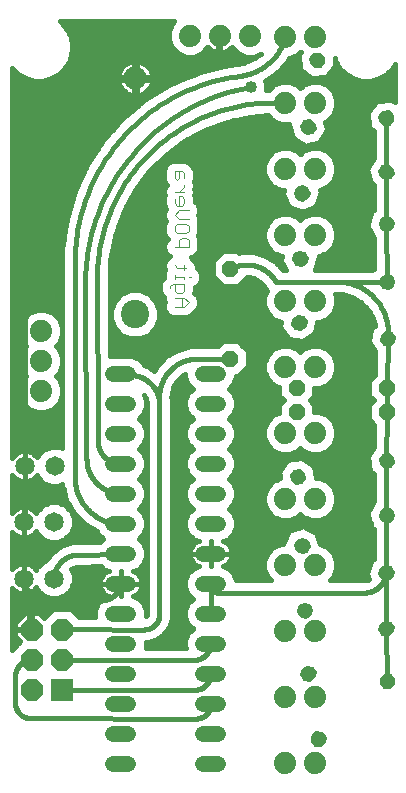
<source format=gbl>
G75*
%MOIN*%
%OFA0B0*%
%FSLAX25Y25*%
%IPPOS*%
%LPD*%
%AMOC8*
5,1,8,0,0,1.08239X$1,22.5*
%
%ADD10C,0.00400*%
%ADD11C,0.06500*%
%ADD12C,0.05200*%
%ADD13OC8,0.05200*%
%ADD14C,0.07400*%
%ADD15C,0.01040*%
%ADD16R,0.07400X0.07400*%
%ADD17OC8,0.07400*%
%ADD18C,0.07677*%
%ADD19C,0.09449*%
%ADD20C,0.01600*%
%ADD21C,0.04000*%
D10*
X0062817Y0168243D02*
X0065886Y0168243D01*
X0067421Y0169778D01*
X0065886Y0171313D01*
X0062817Y0171313D01*
X0063584Y0172847D02*
X0062817Y0173615D01*
X0062817Y0175917D01*
X0062049Y0175917D02*
X0065886Y0175917D01*
X0065886Y0173615D01*
X0065119Y0172847D01*
X0063584Y0172847D01*
X0065119Y0171313D02*
X0065119Y0168243D01*
X0061282Y0174382D02*
X0061282Y0175149D01*
X0062049Y0175917D01*
X0062817Y0177451D02*
X0062817Y0178986D01*
X0062817Y0178218D02*
X0065886Y0178218D01*
X0065886Y0177451D01*
X0067421Y0178218D02*
X0068188Y0178218D01*
X0065886Y0180520D02*
X0065886Y0182055D01*
X0066653Y0181288D02*
X0063584Y0181288D01*
X0062817Y0182055D01*
X0062817Y0188194D02*
X0067421Y0188194D01*
X0067421Y0190496D01*
X0066653Y0191263D01*
X0065119Y0191263D01*
X0064351Y0190496D01*
X0064351Y0188194D01*
X0063584Y0192798D02*
X0062817Y0193565D01*
X0062817Y0195100D01*
X0063584Y0195867D01*
X0066653Y0195867D01*
X0067421Y0195100D01*
X0067421Y0193565D01*
X0066653Y0192798D01*
X0063584Y0192798D01*
X0064351Y0197402D02*
X0062817Y0198936D01*
X0064351Y0200471D01*
X0067421Y0200471D01*
X0065886Y0202773D02*
X0065886Y0204307D01*
X0065119Y0205075D01*
X0064351Y0205075D01*
X0064351Y0202005D01*
X0063584Y0202005D02*
X0065119Y0202005D01*
X0065886Y0202773D01*
X0063584Y0202005D02*
X0062817Y0202773D01*
X0062817Y0204307D01*
X0062817Y0206609D02*
X0065886Y0206609D01*
X0064351Y0206609D02*
X0065886Y0208144D01*
X0065886Y0208911D01*
X0065886Y0211213D02*
X0065886Y0212748D01*
X0065119Y0213515D01*
X0062817Y0213515D01*
X0062817Y0211213D01*
X0063584Y0210446D01*
X0064351Y0211213D01*
X0064351Y0213515D01*
X0064351Y0197402D02*
X0067421Y0197402D01*
D11*
X0022742Y0115130D03*
X0012742Y0115130D03*
X0012492Y0096515D03*
X0022492Y0096515D03*
X0022517Y0077700D03*
X0012517Y0077700D03*
D12*
X0042167Y0076030D02*
X0047367Y0076030D01*
X0047367Y0066030D02*
X0042167Y0066030D01*
X0042167Y0056030D02*
X0047367Y0056030D01*
X0047367Y0046030D02*
X0042167Y0046030D01*
X0042167Y0036030D02*
X0047367Y0036030D01*
X0047367Y0026030D02*
X0042167Y0026030D01*
X0042167Y0016030D02*
X0047367Y0016030D01*
X0072167Y0016030D02*
X0077367Y0016030D01*
X0077367Y0026030D02*
X0072167Y0026030D01*
X0072167Y0036030D02*
X0077367Y0036030D01*
X0077367Y0046030D02*
X0072167Y0046030D01*
X0072167Y0056030D02*
X0077367Y0056030D01*
X0077367Y0066030D02*
X0072167Y0066030D01*
X0072167Y0076030D02*
X0077367Y0076030D01*
X0077367Y0086030D02*
X0072167Y0086030D01*
X0072167Y0096030D02*
X0077367Y0096030D01*
X0077367Y0106030D02*
X0072167Y0106030D01*
X0072167Y0116030D02*
X0077367Y0116030D01*
X0077367Y0126030D02*
X0072167Y0126030D01*
X0072167Y0136030D02*
X0077367Y0136030D01*
X0077367Y0146030D02*
X0072167Y0146030D01*
X0047367Y0146030D02*
X0042167Y0146030D01*
X0042167Y0136030D02*
X0047367Y0136030D01*
X0047367Y0126030D02*
X0042167Y0126030D01*
X0042167Y0116030D02*
X0047367Y0116030D01*
X0047367Y0106030D02*
X0042167Y0106030D01*
X0042167Y0096030D02*
X0047367Y0096030D01*
X0047367Y0086030D02*
X0042167Y0086030D01*
D13*
X0103467Y0133200D03*
X0103467Y0141100D03*
X0081337Y0151000D03*
X0081337Y0181000D03*
X0133467Y0141100D03*
X0133467Y0133200D03*
D14*
X0109667Y0126200D03*
X0099667Y0126200D03*
X0099667Y0104200D03*
X0109667Y0104200D03*
X0109667Y0082200D03*
X0099667Y0082200D03*
X0099667Y0060200D03*
X0109667Y0060200D03*
X0109667Y0038200D03*
X0099667Y0038200D03*
X0099667Y0016200D03*
X0109667Y0016200D03*
X0018267Y0140180D03*
X0018267Y0150180D03*
X0018267Y0160180D03*
X0099667Y0170200D03*
X0109667Y0170200D03*
X0109667Y0148200D03*
X0099667Y0148200D03*
X0099667Y0192200D03*
X0109667Y0192200D03*
X0109667Y0214200D03*
X0099667Y0214200D03*
X0099667Y0236200D03*
X0109667Y0236200D03*
X0109667Y0258200D03*
X0099667Y0258200D03*
X0087767Y0258700D03*
X0077767Y0258700D03*
X0067767Y0258700D03*
D15*
X0108026Y0227035D02*
X0108546Y0226515D01*
X0106882Y0226069D01*
X0105391Y0226930D01*
X0104945Y0228594D01*
X0105806Y0230085D01*
X0107470Y0230531D01*
X0108961Y0229670D01*
X0109407Y0228006D01*
X0108546Y0226515D01*
X0108032Y0227185D01*
X0106992Y0226906D01*
X0106061Y0227444D01*
X0105782Y0228484D01*
X0106320Y0229415D01*
X0107360Y0229694D01*
X0108291Y0229156D01*
X0108570Y0228116D01*
X0108032Y0227185D01*
X0107518Y0227854D01*
X0107103Y0227743D01*
X0106730Y0227958D01*
X0106619Y0228373D01*
X0106834Y0228746D01*
X0107249Y0228857D01*
X0107622Y0228642D01*
X0107733Y0228227D01*
X0107518Y0227854D01*
X0106311Y0205230D02*
X0106831Y0204710D01*
X0105268Y0203981D01*
X0103651Y0204570D01*
X0102922Y0206133D01*
X0103511Y0207750D01*
X0105074Y0208479D01*
X0106691Y0207890D01*
X0107420Y0206327D01*
X0106831Y0204710D01*
X0106208Y0205280D01*
X0105231Y0204825D01*
X0104221Y0205193D01*
X0103766Y0206170D01*
X0104134Y0207180D01*
X0105111Y0207635D01*
X0106121Y0207267D01*
X0106576Y0206290D01*
X0106208Y0205280D01*
X0105586Y0205851D01*
X0105195Y0205668D01*
X0104792Y0205815D01*
X0104609Y0206206D01*
X0104756Y0206609D01*
X0105147Y0206792D01*
X0105550Y0206645D01*
X0105733Y0206254D01*
X0105586Y0205851D01*
X0105744Y0183532D02*
X0106264Y0183012D01*
X0104771Y0182151D01*
X0103108Y0182596D01*
X0102247Y0184089D01*
X0102692Y0185752D01*
X0104185Y0186613D01*
X0105848Y0186168D01*
X0106709Y0184675D01*
X0106264Y0183012D01*
X0105594Y0183526D01*
X0104661Y0182988D01*
X0103622Y0183266D01*
X0103084Y0184199D01*
X0103362Y0185238D01*
X0104295Y0185776D01*
X0105334Y0185498D01*
X0105872Y0184565D01*
X0105594Y0183526D01*
X0104924Y0184040D01*
X0104551Y0183825D01*
X0104136Y0183936D01*
X0103921Y0184309D01*
X0104032Y0184724D01*
X0104405Y0184939D01*
X0104820Y0184828D01*
X0105035Y0184455D01*
X0104924Y0184040D01*
X0105573Y0162316D02*
X0106093Y0161796D01*
X0104681Y0160808D01*
X0102986Y0161107D01*
X0101998Y0162519D01*
X0102297Y0164214D01*
X0103709Y0165202D01*
X0105404Y0164903D01*
X0106392Y0163491D01*
X0106093Y0161796D01*
X0105381Y0162250D01*
X0104499Y0161632D01*
X0103440Y0161819D01*
X0102822Y0162701D01*
X0103009Y0163760D01*
X0103891Y0164378D01*
X0104950Y0164191D01*
X0105568Y0163309D01*
X0105381Y0162250D01*
X0104669Y0162703D01*
X0104316Y0162456D01*
X0103893Y0162531D01*
X0103646Y0162884D01*
X0103721Y0163307D01*
X0104074Y0163554D01*
X0104497Y0163479D01*
X0104744Y0163126D01*
X0104669Y0162703D01*
X0135117Y0157106D02*
X0135637Y0156586D01*
X0134225Y0155598D01*
X0132530Y0155897D01*
X0131542Y0157309D01*
X0131841Y0159004D01*
X0133253Y0159992D01*
X0134948Y0159693D01*
X0135936Y0158281D01*
X0135637Y0156586D01*
X0134925Y0157040D01*
X0134043Y0156422D01*
X0132984Y0156609D01*
X0132366Y0157491D01*
X0132553Y0158550D01*
X0133435Y0159168D01*
X0134494Y0158981D01*
X0135112Y0158099D01*
X0134925Y0157040D01*
X0134213Y0157493D01*
X0133860Y0157246D01*
X0133437Y0157321D01*
X0133190Y0157674D01*
X0133265Y0158097D01*
X0133618Y0158344D01*
X0134041Y0158269D01*
X0134288Y0157916D01*
X0134213Y0157493D01*
X0134722Y0175768D02*
X0135242Y0175248D01*
X0133749Y0174387D01*
X0132086Y0174832D01*
X0131225Y0176325D01*
X0131670Y0177988D01*
X0133163Y0178849D01*
X0134826Y0178404D01*
X0135687Y0176911D01*
X0135242Y0175248D01*
X0134572Y0175762D01*
X0133639Y0175224D01*
X0132600Y0175502D01*
X0132062Y0176435D01*
X0132340Y0177474D01*
X0133273Y0178012D01*
X0134312Y0177734D01*
X0134850Y0176801D01*
X0134572Y0175762D01*
X0133902Y0176276D01*
X0133529Y0176061D01*
X0133114Y0176172D01*
X0132899Y0176545D01*
X0133010Y0176960D01*
X0133383Y0177175D01*
X0133798Y0177064D01*
X0134013Y0176691D01*
X0133902Y0176276D01*
X0134502Y0194970D02*
X0135022Y0194450D01*
X0133459Y0193721D01*
X0131842Y0194310D01*
X0131113Y0195873D01*
X0131702Y0197490D01*
X0133265Y0198219D01*
X0134882Y0197630D01*
X0135611Y0196067D01*
X0135022Y0194450D01*
X0134399Y0195020D01*
X0133422Y0194565D01*
X0132412Y0194933D01*
X0131957Y0195910D01*
X0132325Y0196920D01*
X0133302Y0197375D01*
X0134312Y0197007D01*
X0134767Y0196030D01*
X0134399Y0195020D01*
X0133777Y0195591D01*
X0133386Y0195408D01*
X0132983Y0195555D01*
X0132800Y0195946D01*
X0132947Y0196349D01*
X0133338Y0196532D01*
X0133741Y0196385D01*
X0133924Y0195994D01*
X0133777Y0195591D01*
X0134007Y0212035D02*
X0134527Y0211515D01*
X0132863Y0211069D01*
X0131372Y0211930D01*
X0130926Y0213594D01*
X0131787Y0215085D01*
X0133451Y0215531D01*
X0134942Y0214670D01*
X0135388Y0213006D01*
X0134527Y0211515D01*
X0134013Y0212185D01*
X0132973Y0211906D01*
X0132042Y0212444D01*
X0131763Y0213484D01*
X0132301Y0214415D01*
X0133341Y0214694D01*
X0134272Y0214156D01*
X0134551Y0213116D01*
X0134013Y0212185D01*
X0133499Y0212854D01*
X0133084Y0212743D01*
X0132711Y0212958D01*
X0132600Y0213373D01*
X0132815Y0213746D01*
X0133230Y0213857D01*
X0133603Y0213642D01*
X0133714Y0213227D01*
X0133499Y0212854D01*
X0133676Y0229782D02*
X0134196Y0229262D01*
X0132480Y0229112D01*
X0131161Y0230219D01*
X0131011Y0231935D01*
X0132118Y0233254D01*
X0133834Y0233404D01*
X0135153Y0232297D01*
X0135303Y0230581D01*
X0134196Y0229262D01*
X0133807Y0230011D01*
X0132734Y0229917D01*
X0131910Y0230608D01*
X0131816Y0231681D01*
X0132507Y0232505D01*
X0133580Y0232599D01*
X0134404Y0231908D01*
X0134498Y0230835D01*
X0133807Y0230011D01*
X0133417Y0230760D01*
X0132988Y0230722D01*
X0132659Y0230998D01*
X0132621Y0231427D01*
X0132897Y0231756D01*
X0133326Y0231794D01*
X0133655Y0231518D01*
X0133693Y0231089D01*
X0133417Y0230760D01*
X0110695Y0249066D02*
X0111215Y0248546D01*
X0109499Y0248396D01*
X0108180Y0249503D01*
X0108030Y0251219D01*
X0109137Y0252538D01*
X0110853Y0252688D01*
X0112172Y0251581D01*
X0112322Y0249865D01*
X0111215Y0248546D01*
X0110826Y0249295D01*
X0109753Y0249201D01*
X0108929Y0249892D01*
X0108835Y0250965D01*
X0109526Y0251789D01*
X0110599Y0251883D01*
X0111423Y0251192D01*
X0111517Y0250119D01*
X0110826Y0249295D01*
X0110436Y0250044D01*
X0110007Y0250006D01*
X0109678Y0250282D01*
X0109640Y0250711D01*
X0109916Y0251040D01*
X0110345Y0251078D01*
X0110674Y0250802D01*
X0110712Y0250373D01*
X0110436Y0250044D01*
X0135016Y0117039D02*
X0135536Y0116519D01*
X0134548Y0115107D01*
X0132853Y0114808D01*
X0131441Y0115796D01*
X0131142Y0117491D01*
X0132130Y0118903D01*
X0133825Y0119202D01*
X0135237Y0118214D01*
X0135536Y0116519D01*
X0134712Y0116701D01*
X0134094Y0115819D01*
X0133035Y0115632D01*
X0132153Y0116250D01*
X0131966Y0117309D01*
X0132584Y0118191D01*
X0133643Y0118378D01*
X0134525Y0117760D01*
X0134712Y0116701D01*
X0133888Y0116884D01*
X0133641Y0116531D01*
X0133218Y0116456D01*
X0132865Y0116703D01*
X0132790Y0117126D01*
X0133037Y0117479D01*
X0133460Y0117554D01*
X0133813Y0117307D01*
X0133888Y0116884D01*
X0135091Y0099353D02*
X0135611Y0098833D01*
X0134882Y0097270D01*
X0133265Y0096681D01*
X0131702Y0097410D01*
X0131113Y0099027D01*
X0131842Y0100590D01*
X0133459Y0101179D01*
X0135022Y0100450D01*
X0135611Y0098833D01*
X0134767Y0098870D01*
X0134312Y0097893D01*
X0133302Y0097525D01*
X0132325Y0097980D01*
X0131957Y0098990D01*
X0132412Y0099967D01*
X0133422Y0100335D01*
X0134399Y0099880D01*
X0134767Y0098870D01*
X0133924Y0098906D01*
X0133741Y0098515D01*
X0133338Y0098368D01*
X0132947Y0098551D01*
X0132800Y0098954D01*
X0132983Y0099345D01*
X0133386Y0099492D01*
X0133777Y0099309D01*
X0133924Y0098906D01*
X0134889Y0079317D02*
X0135409Y0079837D01*
X0134820Y0078218D01*
X0133259Y0077491D01*
X0131640Y0078080D01*
X0130913Y0079641D01*
X0131502Y0081260D01*
X0133063Y0081987D01*
X0134682Y0081398D01*
X0135409Y0079837D01*
X0134566Y0079800D01*
X0134197Y0078789D01*
X0133222Y0078334D01*
X0132211Y0078703D01*
X0131756Y0079678D01*
X0132125Y0080689D01*
X0133100Y0081144D01*
X0134111Y0080775D01*
X0134566Y0079800D01*
X0133723Y0079763D01*
X0133575Y0079359D01*
X0133185Y0079177D01*
X0132781Y0079325D01*
X0132599Y0079715D01*
X0132747Y0080119D01*
X0133137Y0080301D01*
X0133541Y0080153D01*
X0133723Y0079763D01*
X0134868Y0060874D02*
X0135388Y0061394D01*
X0134942Y0059730D01*
X0133451Y0058869D01*
X0131787Y0059315D01*
X0130926Y0060806D01*
X0131372Y0062470D01*
X0132863Y0063331D01*
X0134527Y0062885D01*
X0135388Y0061394D01*
X0134551Y0061284D01*
X0134272Y0060244D01*
X0133341Y0059706D01*
X0132301Y0059985D01*
X0131763Y0060916D01*
X0132042Y0061956D01*
X0132973Y0062494D01*
X0134013Y0062215D01*
X0134551Y0061284D01*
X0133714Y0061173D01*
X0133603Y0060758D01*
X0133230Y0060543D01*
X0132815Y0060654D01*
X0132600Y0061027D01*
X0132711Y0061442D01*
X0133084Y0061657D01*
X0133499Y0061546D01*
X0133714Y0061173D01*
X0135183Y0043699D02*
X0135703Y0044219D01*
X0135553Y0042503D01*
X0134234Y0041396D01*
X0132518Y0041546D01*
X0131411Y0042865D01*
X0131561Y0044581D01*
X0132880Y0045688D01*
X0134596Y0045538D01*
X0135703Y0044219D01*
X0134898Y0043965D01*
X0134804Y0042892D01*
X0133980Y0042201D01*
X0132907Y0042295D01*
X0132216Y0043119D01*
X0132310Y0044192D01*
X0133134Y0044883D01*
X0134207Y0044789D01*
X0134898Y0043965D01*
X0134093Y0043711D01*
X0134055Y0043282D01*
X0133726Y0043006D01*
X0133297Y0043044D01*
X0133021Y0043373D01*
X0133059Y0043802D01*
X0133388Y0044078D01*
X0133817Y0044040D01*
X0134093Y0043711D01*
X0108887Y0045874D02*
X0109407Y0046394D01*
X0108961Y0044730D01*
X0107470Y0043869D01*
X0105806Y0044315D01*
X0104945Y0045806D01*
X0105391Y0047470D01*
X0106882Y0048331D01*
X0108546Y0047885D01*
X0109407Y0046394D01*
X0108570Y0046284D01*
X0108291Y0045244D01*
X0107360Y0044706D01*
X0106320Y0044985D01*
X0105782Y0045916D01*
X0106061Y0046956D01*
X0106992Y0047494D01*
X0108032Y0047215D01*
X0108570Y0046284D01*
X0107733Y0046173D01*
X0107622Y0045758D01*
X0107249Y0045543D01*
X0106834Y0045654D01*
X0106619Y0046027D01*
X0106730Y0046442D01*
X0107103Y0046657D01*
X0107518Y0046546D01*
X0107733Y0046173D01*
X0107700Y0066639D02*
X0108220Y0067159D01*
X0107631Y0065540D01*
X0106070Y0064813D01*
X0104451Y0065402D01*
X0103724Y0066963D01*
X0104313Y0068582D01*
X0105874Y0069309D01*
X0107493Y0068720D01*
X0108220Y0067159D01*
X0107377Y0067122D01*
X0107008Y0066111D01*
X0106033Y0065656D01*
X0105022Y0066025D01*
X0104567Y0067000D01*
X0104936Y0068011D01*
X0105911Y0068466D01*
X0106922Y0068097D01*
X0107377Y0067122D01*
X0106534Y0067085D01*
X0106386Y0066681D01*
X0105996Y0066499D01*
X0105592Y0066647D01*
X0105410Y0067037D01*
X0105558Y0067441D01*
X0105948Y0067623D01*
X0106352Y0067475D01*
X0106534Y0067085D01*
X0106900Y0089093D02*
X0107420Y0088573D01*
X0106691Y0087010D01*
X0105074Y0086421D01*
X0103511Y0087150D01*
X0102922Y0088767D01*
X0103651Y0090330D01*
X0105268Y0090919D01*
X0106831Y0090190D01*
X0107420Y0088573D01*
X0106576Y0088610D01*
X0106121Y0087633D01*
X0105111Y0087265D01*
X0104134Y0087720D01*
X0103766Y0088730D01*
X0104221Y0089707D01*
X0105231Y0090075D01*
X0106208Y0089620D01*
X0106576Y0088610D01*
X0105733Y0088646D01*
X0105550Y0088255D01*
X0105147Y0088108D01*
X0104756Y0088291D01*
X0104609Y0088694D01*
X0104792Y0089085D01*
X0105195Y0089232D01*
X0105586Y0089049D01*
X0105733Y0088646D01*
X0105472Y0111829D02*
X0105992Y0111309D01*
X0105004Y0109897D01*
X0103309Y0109598D01*
X0101897Y0110586D01*
X0101598Y0112281D01*
X0102586Y0113693D01*
X0104281Y0113992D01*
X0105693Y0113004D01*
X0105992Y0111309D01*
X0105168Y0111491D01*
X0104550Y0110609D01*
X0103491Y0110422D01*
X0102609Y0111040D01*
X0102422Y0112099D01*
X0103040Y0112981D01*
X0104099Y0113168D01*
X0104981Y0112550D01*
X0105168Y0111491D01*
X0104344Y0111674D01*
X0104097Y0111321D01*
X0103674Y0111246D01*
X0103321Y0111493D01*
X0103246Y0111916D01*
X0103493Y0112269D01*
X0103916Y0112344D01*
X0104269Y0112097D01*
X0104344Y0111674D01*
X0112202Y0024415D02*
X0112722Y0024935D01*
X0112572Y0023219D01*
X0111253Y0022112D01*
X0109537Y0022262D01*
X0108430Y0023581D01*
X0108580Y0025297D01*
X0109899Y0026404D01*
X0111615Y0026254D01*
X0112722Y0024935D01*
X0111917Y0024681D01*
X0111823Y0023608D01*
X0110999Y0022917D01*
X0109926Y0023011D01*
X0109235Y0023835D01*
X0109329Y0024908D01*
X0110153Y0025599D01*
X0111226Y0025505D01*
X0111917Y0024681D01*
X0111112Y0024427D01*
X0111074Y0023998D01*
X0110745Y0023722D01*
X0110316Y0023760D01*
X0110040Y0024089D01*
X0110078Y0024518D01*
X0110407Y0024794D01*
X0110836Y0024756D01*
X0111112Y0024427D01*
D16*
X0025167Y0040700D03*
D17*
X0025167Y0050700D03*
X0015167Y0050700D03*
X0015167Y0040700D03*
X0015167Y0060700D03*
X0025167Y0060700D03*
D18*
X0049567Y0244487D03*
D19*
X0049567Y0165746D03*
D20*
X0069737Y0031000D02*
X0014767Y0031100D01*
X0014624Y0031102D01*
X0014481Y0031108D01*
X0014338Y0031118D01*
X0014195Y0031132D01*
X0014053Y0031149D01*
X0013911Y0031171D01*
X0013770Y0031196D01*
X0013630Y0031226D01*
X0013490Y0031259D01*
X0013352Y0031296D01*
X0013215Y0031337D01*
X0013079Y0031382D01*
X0012944Y0031430D01*
X0012810Y0031482D01*
X0012678Y0031538D01*
X0012548Y0031597D01*
X0012419Y0031660D01*
X0012292Y0031727D01*
X0012167Y0031797D01*
X0012044Y0031870D01*
X0011923Y0031947D01*
X0011804Y0032027D01*
X0011687Y0032110D01*
X0011573Y0032196D01*
X0011461Y0032286D01*
X0011352Y0032379D01*
X0011245Y0032474D01*
X0011141Y0032573D01*
X0011040Y0032674D01*
X0010941Y0032778D01*
X0010846Y0032885D01*
X0010753Y0032994D01*
X0010663Y0033106D01*
X0010577Y0033220D01*
X0010494Y0033337D01*
X0010414Y0033456D01*
X0010337Y0033577D01*
X0010264Y0033700D01*
X0010194Y0033825D01*
X0010127Y0033952D01*
X0010064Y0034081D01*
X0010005Y0034211D01*
X0009949Y0034343D01*
X0009897Y0034477D01*
X0009849Y0034612D01*
X0009804Y0034748D01*
X0009763Y0034885D01*
X0009726Y0035023D01*
X0009693Y0035163D01*
X0009663Y0035303D01*
X0009638Y0035444D01*
X0009616Y0035586D01*
X0009599Y0035728D01*
X0009585Y0035871D01*
X0009575Y0036014D01*
X0009569Y0036157D01*
X0009567Y0036300D01*
X0009567Y0045100D01*
X0009569Y0045247D01*
X0009575Y0045393D01*
X0009584Y0045539D01*
X0009598Y0045685D01*
X0009615Y0045831D01*
X0009636Y0045976D01*
X0009661Y0046121D01*
X0009689Y0046264D01*
X0009722Y0046407D01*
X0009758Y0046549D01*
X0009798Y0046690D01*
X0009841Y0046830D01*
X0009888Y0046969D01*
X0009939Y0047107D01*
X0009993Y0047243D01*
X0010051Y0047378D01*
X0010113Y0047511D01*
X0010177Y0047642D01*
X0010246Y0047772D01*
X0010317Y0047900D01*
X0010392Y0048026D01*
X0010470Y0048150D01*
X0010552Y0048272D01*
X0010637Y0048392D01*
X0010724Y0048509D01*
X0010815Y0048624D01*
X0010909Y0048737D01*
X0011005Y0048847D01*
X0011105Y0048955D01*
X0011207Y0049060D01*
X0011312Y0049162D01*
X0011420Y0049262D01*
X0011530Y0049358D01*
X0011643Y0049452D01*
X0011758Y0049543D01*
X0011875Y0049630D01*
X0011995Y0049715D01*
X0012117Y0049797D01*
X0012241Y0049875D01*
X0012367Y0049950D01*
X0012495Y0050021D01*
X0012625Y0050090D01*
X0012756Y0050154D01*
X0012889Y0050216D01*
X0013024Y0050274D01*
X0013160Y0050328D01*
X0013298Y0050379D01*
X0013437Y0050426D01*
X0013577Y0050469D01*
X0013718Y0050509D01*
X0013860Y0050545D01*
X0014003Y0050578D01*
X0014146Y0050606D01*
X0014291Y0050631D01*
X0014436Y0050652D01*
X0014582Y0050669D01*
X0014728Y0050683D01*
X0014874Y0050692D01*
X0015020Y0050698D01*
X0015167Y0050700D01*
X0010818Y0056251D02*
X0008567Y0056251D01*
X0008567Y0057849D02*
X0010239Y0057849D01*
X0009667Y0058422D02*
X0011328Y0056761D01*
X0008567Y0053999D01*
X0008567Y0074545D01*
X0008665Y0074410D01*
X0009227Y0073848D01*
X0009870Y0073381D01*
X0010578Y0073020D01*
X0011334Y0072774D01*
X0012119Y0072650D01*
X0012517Y0072650D01*
X0012914Y0072650D01*
X0013699Y0072774D01*
X0014455Y0073020D01*
X0015163Y0073381D01*
X0015807Y0073848D01*
X0016369Y0074410D01*
X0016637Y0074779D01*
X0016964Y0073990D01*
X0018806Y0072147D01*
X0021214Y0071150D01*
X0023820Y0071150D01*
X0026227Y0072147D01*
X0028069Y0073990D01*
X0029067Y0076397D01*
X0029067Y0079003D01*
X0028312Y0080825D01*
X0028708Y0081113D01*
X0029847Y0081483D01*
X0030415Y0081528D01*
X0030504Y0081530D01*
X0031262Y0081530D01*
X0031317Y0081553D01*
X0038110Y0081742D01*
X0038825Y0081028D01*
X0040797Y0080211D01*
X0040478Y0080108D01*
X0039861Y0079793D01*
X0039300Y0079386D01*
X0038811Y0078896D01*
X0038403Y0078336D01*
X0038089Y0077719D01*
X0037875Y0077060D01*
X0037767Y0076376D01*
X0037767Y0076030D01*
X0037767Y0075684D01*
X0037875Y0075000D01*
X0038089Y0074341D01*
X0038403Y0073724D01*
X0038811Y0073164D01*
X0039300Y0072674D01*
X0039861Y0072267D01*
X0040478Y0071952D01*
X0040797Y0071849D01*
X0038825Y0071032D01*
X0037165Y0069372D01*
X0036267Y0067204D01*
X0036267Y0064877D01*
X0032157Y0064896D01*
X0032116Y0064913D01*
X0031343Y0064900D01*
X0030864Y0064902D01*
X0028066Y0067700D01*
X0022267Y0067700D01*
X0019106Y0064539D01*
X0017445Y0066200D01*
X0015367Y0066200D01*
X0015367Y0060900D01*
X0014967Y0060900D01*
X0014967Y0066200D01*
X0012888Y0066200D01*
X0009667Y0062978D01*
X0009667Y0060900D01*
X0014967Y0060900D01*
X0014967Y0060500D01*
X0009667Y0060500D01*
X0009667Y0058422D01*
X0009667Y0059448D02*
X0008567Y0059448D01*
X0008567Y0061046D02*
X0009667Y0061046D01*
X0009667Y0062645D02*
X0008567Y0062645D01*
X0008567Y0064243D02*
X0010932Y0064243D01*
X0012530Y0065842D02*
X0008567Y0065842D01*
X0008567Y0067440D02*
X0022008Y0067440D01*
X0020409Y0065842D02*
X0017803Y0065842D01*
X0014167Y0065350D02*
X0014169Y0065495D01*
X0014175Y0065640D01*
X0014185Y0065784D01*
X0014198Y0065928D01*
X0014216Y0066072D01*
X0014237Y0066216D01*
X0014263Y0066358D01*
X0014292Y0066500D01*
X0014325Y0066641D01*
X0014362Y0066781D01*
X0014403Y0066920D01*
X0014447Y0067058D01*
X0014495Y0067195D01*
X0014547Y0067330D01*
X0014602Y0067464D01*
X0014661Y0067596D01*
X0014724Y0067727D01*
X0014790Y0067856D01*
X0014860Y0067983D01*
X0014933Y0068108D01*
X0015009Y0068231D01*
X0015089Y0068352D01*
X0015172Y0068471D01*
X0015258Y0068588D01*
X0015347Y0068702D01*
X0015439Y0068814D01*
X0015535Y0068923D01*
X0015633Y0069029D01*
X0015734Y0069133D01*
X0015838Y0069234D01*
X0015944Y0069332D01*
X0016053Y0069428D01*
X0016165Y0069520D01*
X0016279Y0069609D01*
X0016396Y0069695D01*
X0016515Y0069778D01*
X0016636Y0069858D01*
X0016759Y0069934D01*
X0016884Y0070007D01*
X0017011Y0070077D01*
X0017140Y0070143D01*
X0017271Y0070206D01*
X0017403Y0070265D01*
X0017537Y0070320D01*
X0017672Y0070372D01*
X0017809Y0070420D01*
X0017947Y0070464D01*
X0018086Y0070505D01*
X0018226Y0070542D01*
X0018367Y0070575D01*
X0018509Y0070604D01*
X0018651Y0070630D01*
X0018795Y0070651D01*
X0018939Y0070669D01*
X0019083Y0070682D01*
X0019227Y0070692D01*
X0019372Y0070698D01*
X0019517Y0070700D01*
X0037237Y0070600D01*
X0038430Y0070637D02*
X0008567Y0070637D01*
X0008567Y0069039D02*
X0037027Y0069039D01*
X0036365Y0067440D02*
X0028326Y0067440D01*
X0029924Y0065842D02*
X0036267Y0065842D01*
X0039921Y0072236D02*
X0026316Y0072236D01*
X0027914Y0073834D02*
X0038347Y0073834D01*
X0037806Y0075433D02*
X0028667Y0075433D01*
X0029067Y0077032D02*
X0037870Y0077032D01*
X0037237Y0070600D02*
X0037396Y0070576D01*
X0037556Y0070556D01*
X0037717Y0070540D01*
X0037877Y0070528D01*
X0038038Y0070520D01*
X0038199Y0070516D01*
X0038360Y0070515D01*
X0038521Y0070519D01*
X0038682Y0070527D01*
X0038843Y0070539D01*
X0039003Y0070554D01*
X0039163Y0070574D01*
X0039323Y0070597D01*
X0039482Y0070625D01*
X0039640Y0070656D01*
X0039797Y0070691D01*
X0039953Y0070730D01*
X0040109Y0070773D01*
X0040263Y0070819D01*
X0040416Y0070870D01*
X0040568Y0070924D01*
X0040718Y0070982D01*
X0040867Y0071043D01*
X0041014Y0071108D01*
X0041160Y0071177D01*
X0041304Y0071249D01*
X0041446Y0071325D01*
X0041586Y0071404D01*
X0041725Y0071487D01*
X0041861Y0071573D01*
X0041995Y0071662D01*
X0042127Y0071755D01*
X0042256Y0071851D01*
X0042384Y0071950D01*
X0042508Y0072052D01*
X0042630Y0072157D01*
X0042750Y0072265D01*
X0042867Y0072376D01*
X0042981Y0072490D01*
X0043092Y0072607D01*
X0043200Y0072726D01*
X0043306Y0072848D01*
X0043408Y0072972D01*
X0043507Y0073099D01*
X0043603Y0073228D01*
X0043696Y0073360D01*
X0043786Y0073494D01*
X0043872Y0073630D01*
X0043955Y0073768D01*
X0044035Y0073908D01*
X0044111Y0074050D01*
X0044184Y0074194D01*
X0044253Y0074340D01*
X0044318Y0074487D01*
X0044380Y0074636D01*
X0044438Y0074786D01*
X0044493Y0074937D01*
X0044543Y0075090D01*
X0044590Y0075245D01*
X0044633Y0075400D01*
X0044673Y0075556D01*
X0044708Y0075713D01*
X0044740Y0075871D01*
X0044767Y0076030D01*
X0051767Y0076030D01*
X0051767Y0076376D01*
X0051658Y0077060D01*
X0051444Y0077719D01*
X0051130Y0078336D01*
X0050723Y0078896D01*
X0050233Y0079386D01*
X0049673Y0079793D01*
X0049056Y0080108D01*
X0048737Y0080211D01*
X0050709Y0081028D01*
X0052368Y0082688D01*
X0053267Y0084856D01*
X0053267Y0087204D01*
X0052368Y0089372D01*
X0050711Y0091030D01*
X0052368Y0092688D01*
X0053267Y0094856D01*
X0053267Y0097204D01*
X0052368Y0099372D01*
X0050711Y0101030D01*
X0052368Y0102688D01*
X0053267Y0104856D01*
X0053267Y0107204D01*
X0052368Y0109372D01*
X0050711Y0111030D01*
X0052368Y0112688D01*
X0053267Y0114856D01*
X0053267Y0117204D01*
X0052368Y0119372D01*
X0050711Y0121030D01*
X0052368Y0122688D01*
X0053267Y0124856D01*
X0053267Y0127204D01*
X0052368Y0129372D01*
X0050711Y0131030D01*
X0052368Y0132688D01*
X0053267Y0134856D01*
X0053267Y0137204D01*
X0052639Y0138718D01*
X0052942Y0138301D01*
X0053496Y0136596D01*
X0053567Y0135700D01*
X0053567Y0065900D01*
X0053553Y0065728D01*
X0053447Y0065401D01*
X0053267Y0065153D01*
X0053267Y0067204D01*
X0052368Y0069372D01*
X0050709Y0071032D01*
X0048737Y0071849D01*
X0049056Y0071952D01*
X0049673Y0072267D01*
X0050233Y0072674D01*
X0050723Y0073164D01*
X0051130Y0073724D01*
X0051444Y0074341D01*
X0051658Y0075000D01*
X0051767Y0075684D01*
X0051767Y0076030D01*
X0044767Y0076030D01*
X0044767Y0076030D01*
X0044767Y0071930D01*
X0044767Y0071930D01*
X0044767Y0076030D01*
X0044767Y0076030D01*
X0044767Y0076030D01*
X0044767Y0080130D01*
X0044767Y0080130D01*
X0044767Y0076030D01*
X0037767Y0076030D01*
X0044767Y0076030D01*
X0044767Y0076030D01*
X0044767Y0075433D02*
X0044767Y0075433D01*
X0044767Y0073834D02*
X0044767Y0073834D01*
X0044767Y0072236D02*
X0044767Y0072236D01*
X0049612Y0072236D02*
X0053567Y0072236D01*
X0053567Y0073834D02*
X0051186Y0073834D01*
X0051727Y0075433D02*
X0053567Y0075433D01*
X0053567Y0077032D02*
X0051663Y0077032D01*
X0050916Y0078630D02*
X0053567Y0078630D01*
X0053567Y0080229D02*
X0048778Y0080229D01*
X0051508Y0081827D02*
X0053567Y0081827D01*
X0053567Y0083426D02*
X0052674Y0083426D01*
X0053267Y0085024D02*
X0053567Y0085024D01*
X0053567Y0086623D02*
X0053267Y0086623D01*
X0053567Y0088221D02*
X0052845Y0088221D01*
X0053567Y0089820D02*
X0051921Y0089820D01*
X0051099Y0091418D02*
X0053567Y0091418D01*
X0053567Y0093017D02*
X0052505Y0093017D01*
X0053167Y0094615D02*
X0053567Y0094615D01*
X0053567Y0096214D02*
X0053267Y0096214D01*
X0053015Y0097812D02*
X0053567Y0097812D01*
X0053567Y0099411D02*
X0052330Y0099411D01*
X0053567Y0101009D02*
X0050731Y0101009D01*
X0052288Y0102608D02*
X0053567Y0102608D01*
X0053567Y0104206D02*
X0052997Y0104206D01*
X0053267Y0105805D02*
X0053567Y0105805D01*
X0053567Y0107403D02*
X0053184Y0107403D01*
X0053567Y0109002D02*
X0052522Y0109002D01*
X0053567Y0110600D02*
X0051140Y0110600D01*
X0051879Y0112199D02*
X0053567Y0112199D01*
X0053567Y0113797D02*
X0052828Y0113797D01*
X0053267Y0115396D02*
X0053567Y0115396D01*
X0053567Y0116994D02*
X0053267Y0116994D01*
X0053567Y0118593D02*
X0052691Y0118593D01*
X0053567Y0120191D02*
X0051549Y0120191D01*
X0051470Y0121790D02*
X0053567Y0121790D01*
X0053567Y0123388D02*
X0052659Y0123388D01*
X0053267Y0124987D02*
X0053567Y0124987D01*
X0053567Y0126585D02*
X0053267Y0126585D01*
X0053567Y0128184D02*
X0052861Y0128184D01*
X0053567Y0129782D02*
X0051958Y0129782D01*
X0051061Y0131381D02*
X0053567Y0131381D01*
X0053567Y0132979D02*
X0052489Y0132979D01*
X0053151Y0134578D02*
X0053567Y0134578D01*
X0053529Y0136176D02*
X0053267Y0136176D01*
X0053113Y0137775D02*
X0053030Y0137775D01*
X0057667Y0135700D02*
X0057667Y0065900D01*
X0061767Y0065842D02*
X0066267Y0065842D01*
X0066267Y0064856D02*
X0066267Y0067204D01*
X0067165Y0069372D01*
X0068823Y0071030D01*
X0067165Y0072688D01*
X0066267Y0074856D01*
X0066267Y0077204D01*
X0067165Y0079372D01*
X0068825Y0081032D01*
X0070797Y0081849D01*
X0070478Y0081952D01*
X0069861Y0082267D01*
X0069300Y0082674D01*
X0068811Y0083164D01*
X0068403Y0083724D01*
X0068089Y0084341D01*
X0067875Y0085000D01*
X0067767Y0085684D01*
X0067767Y0086030D01*
X0074767Y0086030D01*
X0081767Y0086030D01*
X0081767Y0086376D01*
X0081658Y0087060D01*
X0081444Y0087719D01*
X0081130Y0088336D01*
X0080723Y0088896D01*
X0080233Y0089386D01*
X0079673Y0089793D01*
X0079056Y0090108D01*
X0078737Y0090211D01*
X0080709Y0091028D01*
X0082368Y0092688D01*
X0083267Y0094856D01*
X0083267Y0097204D01*
X0082368Y0099372D01*
X0080711Y0101030D01*
X0082368Y0102688D01*
X0083267Y0104856D01*
X0083267Y0107204D01*
X0082368Y0109372D01*
X0080711Y0111030D01*
X0082368Y0112688D01*
X0083267Y0114856D01*
X0083267Y0117204D01*
X0082368Y0119372D01*
X0080711Y0121030D01*
X0082368Y0122688D01*
X0083267Y0124856D01*
X0083267Y0127204D01*
X0082368Y0129372D01*
X0080711Y0131030D01*
X0082368Y0132688D01*
X0083267Y0134856D01*
X0083267Y0137204D01*
X0082368Y0139372D01*
X0080711Y0141030D01*
X0082368Y0142688D01*
X0083267Y0144856D01*
X0083267Y0145100D01*
X0083781Y0145100D01*
X0087237Y0148556D01*
X0087237Y0153444D01*
X0083781Y0156900D01*
X0078893Y0156900D01*
X0077093Y0155100D01*
X0068142Y0155100D01*
X0063844Y0153948D01*
X0063843Y0153948D01*
X0059990Y0151723D01*
X0056843Y0148577D01*
X0056843Y0148577D01*
X0055948Y0147025D01*
X0054240Y0148266D01*
X0052607Y0148797D01*
X0052368Y0149372D01*
X0050709Y0151032D01*
X0048540Y0151930D01*
X0041118Y0151930D01*
X0041067Y0181609D01*
X0041471Y0185385D01*
X0043122Y0192998D01*
X0045839Y0200299D01*
X0049568Y0207138D01*
X0054232Y0213377D01*
X0054232Y0213377D01*
X0059737Y0218889D01*
X0065970Y0223561D01*
X0072805Y0227299D01*
X0080101Y0230026D01*
X0087712Y0231686D01*
X0093839Y0232128D01*
X0095701Y0230266D01*
X0098274Y0229200D01*
X0100883Y0229200D01*
X0100845Y0229134D01*
X0102110Y0224412D01*
X0106343Y0221969D01*
X0111064Y0223234D01*
X0113508Y0227466D01*
X0112845Y0229940D01*
X0113632Y0230266D01*
X0115601Y0232235D01*
X0116667Y0234808D01*
X0116667Y0237592D01*
X0115601Y0240165D01*
X0113632Y0242134D01*
X0111059Y0243200D01*
X0108274Y0243200D01*
X0105701Y0242134D01*
X0104667Y0241099D01*
X0103632Y0242134D01*
X0101059Y0243200D01*
X0098274Y0243200D01*
X0095701Y0242134D01*
X0094073Y0240506D01*
X0093328Y0240452D01*
X0093367Y0240546D01*
X0093367Y0242654D01*
X0092953Y0243654D01*
X0096721Y0246164D01*
X0100286Y0249993D01*
X0100973Y0251200D01*
X0101059Y0251200D01*
X0103632Y0252266D01*
X0104667Y0253301D01*
X0104733Y0253234D01*
X0104085Y0252462D01*
X0104511Y0247593D01*
X0108256Y0244451D01*
X0113125Y0244877D01*
X0116267Y0248621D01*
X0116041Y0251198D01*
X0116224Y0250516D01*
X0117685Y0247985D01*
X0119752Y0245918D01*
X0122283Y0244457D01*
X0125105Y0243701D01*
X0128028Y0243701D01*
X0130851Y0244457D01*
X0133382Y0245918D01*
X0135448Y0247985D01*
X0136067Y0249056D01*
X0136067Y0236519D01*
X0135078Y0237349D01*
X0130209Y0236923D01*
X0127067Y0233179D01*
X0127493Y0228309D01*
X0129057Y0226997D01*
X0129057Y0217999D01*
X0126826Y0214134D01*
X0128091Y0209412D01*
X0129110Y0208824D01*
X0129208Y0200542D01*
X0128654Y0200284D01*
X0126982Y0195691D01*
X0129048Y0191261D01*
X0129285Y0191175D01*
X0129334Y0181051D01*
X0128690Y0180679D01*
X0119190Y0180602D01*
X0118635Y0180667D01*
X0118398Y0180600D01*
X0109572Y0180600D01*
X0110805Y0185200D01*
X0111059Y0185200D01*
X0113632Y0186266D01*
X0115601Y0188235D01*
X0116667Y0190808D01*
X0116667Y0193592D01*
X0115601Y0196165D01*
X0113632Y0198134D01*
X0111059Y0199200D01*
X0108274Y0199200D01*
X0105701Y0198134D01*
X0104667Y0197099D01*
X0103632Y0198134D01*
X0101059Y0199200D01*
X0098274Y0199200D01*
X0095701Y0198134D01*
X0093732Y0196165D01*
X0092667Y0193592D01*
X0092667Y0190808D01*
X0093732Y0188235D01*
X0095701Y0186266D01*
X0098274Y0185200D01*
X0098589Y0185200D01*
X0098146Y0183549D01*
X0099849Y0180600D01*
X0098824Y0180600D01*
X0096402Y0183152D01*
X0092965Y0185257D01*
X0089100Y0186401D01*
X0085070Y0186506D01*
X0084348Y0186333D01*
X0083781Y0186900D01*
X0078893Y0186900D01*
X0075437Y0183444D01*
X0075437Y0178556D01*
X0078893Y0175100D01*
X0083781Y0175100D01*
X0086876Y0178196D01*
X0087798Y0178172D01*
X0089577Y0177645D01*
X0091160Y0176676D01*
X0092437Y0175330D01*
X0092863Y0174655D01*
X0093061Y0174178D01*
X0093217Y0174021D01*
X0093323Y0173826D01*
X0093525Y0173663D01*
X0092667Y0171592D01*
X0092667Y0168808D01*
X0093732Y0166235D01*
X0095701Y0164266D01*
X0098240Y0163214D01*
X0097960Y0161623D01*
X0100763Y0157619D01*
X0105577Y0156770D01*
X0109581Y0159573D01*
X0110220Y0163200D01*
X0111059Y0163200D01*
X0113632Y0164266D01*
X0115601Y0166235D01*
X0116667Y0168808D01*
X0116667Y0171592D01*
X0116332Y0172400D01*
X0118168Y0172400D01*
X0118184Y0172394D01*
X0118663Y0172397D01*
X0119897Y0172182D01*
X0122588Y0171226D01*
X0124999Y0169695D01*
X0127009Y0167666D01*
X0128517Y0165241D01*
X0129447Y0162541D01*
X0129502Y0162031D01*
X0128353Y0161227D01*
X0127504Y0156413D01*
X0129568Y0153466D01*
X0129436Y0145414D01*
X0127567Y0143544D01*
X0127567Y0138656D01*
X0129073Y0137150D01*
X0127567Y0135644D01*
X0127567Y0130756D01*
X0129333Y0128990D01*
X0129274Y0121486D01*
X0127104Y0118387D01*
X0127953Y0113573D01*
X0129244Y0112669D01*
X0129256Y0103714D01*
X0129048Y0103639D01*
X0126982Y0099209D01*
X0128654Y0094616D01*
X0129214Y0094355D01*
X0129109Y0084360D01*
X0128453Y0084054D01*
X0126781Y0079461D01*
X0127623Y0077656D01*
X0127079Y0077323D01*
X0126100Y0077089D01*
X0126073Y0077100D01*
X0125420Y0077100D01*
X0124769Y0077152D01*
X0124609Y0077100D01*
X0114466Y0077100D01*
X0115601Y0078235D01*
X0116667Y0080808D01*
X0116667Y0083592D01*
X0115601Y0086165D01*
X0113632Y0088134D01*
X0111292Y0089103D01*
X0109880Y0092984D01*
X0105450Y0095050D01*
X0100857Y0093378D01*
X0098909Y0089200D01*
X0098274Y0089200D01*
X0095701Y0088134D01*
X0093732Y0086165D01*
X0092667Y0083592D01*
X0092667Y0080808D01*
X0093732Y0078235D01*
X0094867Y0077100D01*
X0083267Y0077100D01*
X0083267Y0077204D01*
X0082368Y0079372D01*
X0080709Y0081032D01*
X0078737Y0081849D01*
X0079056Y0081952D01*
X0079673Y0082267D01*
X0080233Y0082674D01*
X0080723Y0083164D01*
X0081130Y0083724D01*
X0081444Y0084341D01*
X0081658Y0085000D01*
X0081767Y0085684D01*
X0081767Y0086030D01*
X0074767Y0086030D01*
X0074767Y0086030D01*
X0074767Y0081930D01*
X0074767Y0081930D01*
X0074767Y0086030D01*
X0074767Y0086030D01*
X0074767Y0090130D01*
X0074767Y0090130D01*
X0074767Y0086030D01*
X0074767Y0086030D01*
X0074767Y0086030D01*
X0067767Y0086030D01*
X0067767Y0086376D01*
X0067875Y0087060D01*
X0068089Y0087719D01*
X0068403Y0088336D01*
X0068811Y0088896D01*
X0069300Y0089386D01*
X0069861Y0089793D01*
X0070478Y0090108D01*
X0070797Y0090211D01*
X0068825Y0091028D01*
X0067165Y0092688D01*
X0066267Y0094856D01*
X0066267Y0097204D01*
X0067165Y0099372D01*
X0068823Y0101030D01*
X0067165Y0102688D01*
X0066267Y0104856D01*
X0066267Y0107204D01*
X0067165Y0109372D01*
X0068823Y0111030D01*
X0067165Y0112688D01*
X0066267Y0114856D01*
X0066267Y0117204D01*
X0067165Y0119372D01*
X0068823Y0121030D01*
X0067165Y0122688D01*
X0066267Y0124856D01*
X0066267Y0127204D01*
X0067165Y0129372D01*
X0068823Y0131030D01*
X0067165Y0132688D01*
X0066267Y0134856D01*
X0066267Y0137204D01*
X0067165Y0139372D01*
X0068823Y0141030D01*
X0067165Y0142688D01*
X0066267Y0144856D01*
X0066267Y0145793D01*
X0065070Y0145102D01*
X0063464Y0143496D01*
X0062329Y0141529D01*
X0061741Y0139336D01*
X0061667Y0138212D01*
X0061767Y0137906D01*
X0061767Y0137906D01*
X0061767Y0134884D01*
X0061767Y0064427D01*
X0060856Y0061625D01*
X0060856Y0061625D01*
X0059125Y0059242D01*
X0059125Y0059242D01*
X0059125Y0059242D01*
X0056741Y0057510D01*
X0056741Y0057510D01*
X0053940Y0056600D01*
X0053272Y0056600D01*
X0053267Y0056598D01*
X0053267Y0054856D01*
X0053160Y0054600D01*
X0066373Y0054600D01*
X0066267Y0054856D01*
X0066267Y0057204D01*
X0067165Y0059372D01*
X0068823Y0061030D01*
X0067165Y0062688D01*
X0066267Y0064856D01*
X0066521Y0064243D02*
X0061707Y0064243D01*
X0061188Y0062645D02*
X0067208Y0062645D01*
X0068806Y0061046D02*
X0060436Y0061046D01*
X0059274Y0059448D02*
X0067241Y0059448D01*
X0066534Y0057849D02*
X0057208Y0057849D01*
X0053267Y0056251D02*
X0066267Y0056251D01*
X0066351Y0054652D02*
X0053182Y0054652D01*
X0052467Y0060700D02*
X0031367Y0060800D01*
X0025167Y0060700D01*
X0015367Y0061046D02*
X0014967Y0061046D01*
X0015167Y0060700D02*
X0014167Y0065350D01*
X0014967Y0065842D02*
X0015367Y0065842D01*
X0015367Y0064243D02*
X0014967Y0064243D01*
X0014967Y0062645D02*
X0015367Y0062645D01*
X0009220Y0054652D02*
X0008567Y0054652D01*
X0025167Y0050700D02*
X0040467Y0050500D01*
X0068537Y0050500D01*
X0074767Y0046030D02*
X0074765Y0045885D01*
X0074759Y0045741D01*
X0074750Y0045597D01*
X0074736Y0045453D01*
X0074719Y0045309D01*
X0074698Y0045166D01*
X0074673Y0045024D01*
X0074644Y0044882D01*
X0074612Y0044741D01*
X0074576Y0044601D01*
X0074536Y0044462D01*
X0074492Y0044325D01*
X0074445Y0044188D01*
X0074394Y0044053D01*
X0074340Y0043919D01*
X0074282Y0043786D01*
X0074220Y0043655D01*
X0074155Y0043526D01*
X0074087Y0043399D01*
X0074015Y0043273D01*
X0073940Y0043150D01*
X0073862Y0043028D01*
X0073780Y0042909D01*
X0073696Y0042792D01*
X0073608Y0042677D01*
X0073517Y0042564D01*
X0073423Y0042454D01*
X0073327Y0042347D01*
X0073227Y0042242D01*
X0073125Y0042140D01*
X0073020Y0042040D01*
X0072913Y0041944D01*
X0072803Y0041850D01*
X0072690Y0041759D01*
X0072575Y0041671D01*
X0072458Y0041587D01*
X0072339Y0041505D01*
X0072217Y0041427D01*
X0072094Y0041352D01*
X0071968Y0041280D01*
X0071841Y0041212D01*
X0071712Y0041147D01*
X0071581Y0041085D01*
X0071448Y0041027D01*
X0071314Y0040973D01*
X0071179Y0040922D01*
X0071042Y0040875D01*
X0070905Y0040831D01*
X0070766Y0040791D01*
X0070626Y0040755D01*
X0070485Y0040723D01*
X0070343Y0040694D01*
X0070201Y0040669D01*
X0070058Y0040648D01*
X0069914Y0040631D01*
X0069770Y0040617D01*
X0069626Y0040608D01*
X0069482Y0040602D01*
X0069337Y0040600D01*
X0025167Y0040700D01*
X0052467Y0060700D02*
X0052610Y0060702D01*
X0052753Y0060708D01*
X0052896Y0060718D01*
X0053039Y0060732D01*
X0053181Y0060749D01*
X0053323Y0060771D01*
X0053464Y0060796D01*
X0053604Y0060826D01*
X0053744Y0060859D01*
X0053882Y0060896D01*
X0054019Y0060937D01*
X0054155Y0060982D01*
X0054290Y0061030D01*
X0054424Y0061082D01*
X0054556Y0061138D01*
X0054686Y0061197D01*
X0054815Y0061260D01*
X0054942Y0061327D01*
X0055067Y0061397D01*
X0055190Y0061470D01*
X0055311Y0061547D01*
X0055430Y0061627D01*
X0055547Y0061710D01*
X0055661Y0061796D01*
X0055773Y0061886D01*
X0055882Y0061979D01*
X0055989Y0062074D01*
X0056093Y0062173D01*
X0056194Y0062274D01*
X0056293Y0062378D01*
X0056388Y0062485D01*
X0056481Y0062594D01*
X0056571Y0062706D01*
X0056657Y0062820D01*
X0056740Y0062937D01*
X0056820Y0063056D01*
X0056897Y0063177D01*
X0056970Y0063300D01*
X0057040Y0063425D01*
X0057107Y0063552D01*
X0057170Y0063681D01*
X0057229Y0063811D01*
X0057285Y0063943D01*
X0057337Y0064077D01*
X0057385Y0064212D01*
X0057430Y0064348D01*
X0057471Y0064485D01*
X0057508Y0064623D01*
X0057541Y0064763D01*
X0057571Y0064903D01*
X0057596Y0065044D01*
X0057618Y0065186D01*
X0057635Y0065328D01*
X0057649Y0065471D01*
X0057659Y0065614D01*
X0057665Y0065757D01*
X0057667Y0065900D01*
X0053562Y0065842D02*
X0053267Y0065842D01*
X0053169Y0067440D02*
X0053567Y0067440D01*
X0053567Y0069039D02*
X0052506Y0069039D01*
X0053567Y0070637D02*
X0051103Y0070637D01*
X0044767Y0077032D02*
X0044767Y0077032D01*
X0044767Y0078630D02*
X0044767Y0078630D01*
X0040755Y0080229D02*
X0028559Y0080229D01*
X0029067Y0078630D02*
X0038617Y0078630D01*
X0030447Y0085630D02*
X0030255Y0085628D01*
X0030064Y0085621D01*
X0029873Y0085609D01*
X0029682Y0085593D01*
X0029491Y0085572D01*
X0029301Y0085547D01*
X0029112Y0085517D01*
X0028923Y0085482D01*
X0028736Y0085443D01*
X0028549Y0085400D01*
X0028364Y0085351D01*
X0028179Y0085299D01*
X0027996Y0085242D01*
X0027815Y0085180D01*
X0027635Y0085115D01*
X0027457Y0085045D01*
X0027280Y0084970D01*
X0027105Y0084892D01*
X0026932Y0084809D01*
X0026762Y0084722D01*
X0026593Y0084631D01*
X0026427Y0084535D01*
X0026263Y0084436D01*
X0026101Y0084333D01*
X0025942Y0084226D01*
X0025786Y0084116D01*
X0025632Y0084001D01*
X0025481Y0083883D01*
X0025333Y0083761D01*
X0025188Y0083636D01*
X0025047Y0083507D01*
X0024908Y0083375D01*
X0024772Y0083239D01*
X0024640Y0083100D01*
X0024511Y0082959D01*
X0024386Y0082814D01*
X0024264Y0082666D01*
X0024146Y0082515D01*
X0024031Y0082361D01*
X0023921Y0082205D01*
X0023814Y0082046D01*
X0023711Y0081884D01*
X0023612Y0081720D01*
X0023516Y0081554D01*
X0023425Y0081385D01*
X0023338Y0081215D01*
X0023255Y0081042D01*
X0023177Y0080867D01*
X0023102Y0080690D01*
X0023032Y0080512D01*
X0022967Y0080332D01*
X0022905Y0080151D01*
X0022848Y0079968D01*
X0022796Y0079783D01*
X0022747Y0079598D01*
X0022704Y0079411D01*
X0022665Y0079224D01*
X0022630Y0079035D01*
X0022600Y0078846D01*
X0022575Y0078656D01*
X0022554Y0078465D01*
X0022538Y0078274D01*
X0022526Y0078083D01*
X0022519Y0077892D01*
X0022517Y0077700D01*
X0019517Y0070700D02*
X0019348Y0070702D01*
X0019179Y0070708D01*
X0019010Y0070718D01*
X0018841Y0070733D01*
X0018673Y0070751D01*
X0018506Y0070773D01*
X0018339Y0070800D01*
X0018172Y0070830D01*
X0018007Y0070865D01*
X0017842Y0070903D01*
X0017678Y0070946D01*
X0017515Y0070992D01*
X0017354Y0071043D01*
X0017194Y0071097D01*
X0017035Y0071155D01*
X0016877Y0071217D01*
X0016721Y0071282D01*
X0016567Y0071352D01*
X0016415Y0071425D01*
X0016264Y0071502D01*
X0016115Y0071582D01*
X0015968Y0071666D01*
X0015824Y0071754D01*
X0015681Y0071845D01*
X0015541Y0071939D01*
X0015403Y0072037D01*
X0015267Y0072138D01*
X0015134Y0072242D01*
X0015003Y0072350D01*
X0014875Y0072460D01*
X0014750Y0072574D01*
X0014627Y0072691D01*
X0014508Y0072810D01*
X0014391Y0072933D01*
X0014277Y0073058D01*
X0014167Y0073186D01*
X0014059Y0073317D01*
X0013955Y0073450D01*
X0013854Y0073586D01*
X0013756Y0073724D01*
X0013662Y0073864D01*
X0013571Y0074007D01*
X0013483Y0074151D01*
X0013399Y0074298D01*
X0013319Y0074447D01*
X0013242Y0074598D01*
X0013169Y0074750D01*
X0013099Y0074904D01*
X0013034Y0075060D01*
X0012972Y0075218D01*
X0012914Y0075377D01*
X0012860Y0075537D01*
X0012809Y0075698D01*
X0012763Y0075861D01*
X0012720Y0076025D01*
X0012682Y0076190D01*
X0012647Y0076355D01*
X0012617Y0076522D01*
X0012590Y0076689D01*
X0012568Y0076856D01*
X0012550Y0077024D01*
X0012535Y0077193D01*
X0012525Y0077362D01*
X0012519Y0077531D01*
X0012517Y0077700D01*
X0012517Y0072650D01*
X0012517Y0077700D01*
X0012517Y0077700D01*
X0012517Y0077700D01*
X0012517Y0082750D01*
X0012914Y0082750D01*
X0013699Y0082626D01*
X0014455Y0082380D01*
X0015163Y0082019D01*
X0015807Y0081552D01*
X0016369Y0080990D01*
X0016637Y0080621D01*
X0016964Y0081410D01*
X0018806Y0083253D01*
X0019958Y0083730D01*
X0021834Y0086313D01*
X0021834Y0086313D01*
X0024917Y0088552D01*
X0028541Y0089730D01*
X0028541Y0089730D01*
X0030390Y0089730D01*
X0037728Y0089935D01*
X0038823Y0091030D01*
X0037165Y0092688D01*
X0036822Y0093516D01*
X0032855Y0095806D01*
X0032855Y0095806D01*
X0029243Y0099418D01*
X0029243Y0099418D01*
X0026689Y0103842D01*
X0026689Y0103842D01*
X0025367Y0108776D01*
X0025367Y0109128D01*
X0024045Y0108580D01*
X0021439Y0108580D01*
X0019031Y0109577D01*
X0017189Y0111420D01*
X0016862Y0112209D01*
X0016594Y0111840D01*
X0016032Y0111278D01*
X0015388Y0110811D01*
X0014680Y0110450D01*
X0013924Y0110204D01*
X0013139Y0110080D01*
X0012742Y0110080D01*
X0012742Y0115130D01*
X0012742Y0115130D01*
X0012742Y0115130D01*
X0012742Y0120180D01*
X0013139Y0120180D01*
X0013924Y0120056D01*
X0014680Y0119810D01*
X0015388Y0119449D01*
X0016032Y0118982D01*
X0016594Y0118420D01*
X0016862Y0118051D01*
X0017189Y0118840D01*
X0019031Y0120683D01*
X0021439Y0121680D01*
X0024045Y0121680D01*
X0025367Y0121132D01*
X0025367Y0184016D01*
X0025367Y0188032D01*
X0026763Y0197595D01*
X0026763Y0197595D01*
X0029525Y0206857D01*
X0029525Y0206857D01*
X0033597Y0215622D01*
X0038891Y0223707D01*
X0038891Y0223707D01*
X0045298Y0230942D01*
X0045298Y0230942D01*
X0052683Y0237177D01*
X0060891Y0242279D01*
X0069750Y0246142D01*
X0079074Y0248685D01*
X0079074Y0248685D01*
X0083061Y0249171D01*
X0083061Y0249171D01*
X0083479Y0249222D01*
X0083870Y0249270D01*
X0083870Y0249270D01*
X0085491Y0249564D01*
X0088575Y0250706D01*
X0091312Y0252529D01*
X0091407Y0252631D01*
X0089159Y0251700D01*
X0086374Y0251700D01*
X0083801Y0252766D01*
X0081832Y0254735D01*
X0081758Y0254914D01*
X0081350Y0254505D01*
X0080649Y0253996D01*
X0079878Y0253603D01*
X0079055Y0253335D01*
X0078200Y0253200D01*
X0077967Y0253200D01*
X0077967Y0258500D01*
X0077567Y0258500D01*
X0077567Y0253200D01*
X0077334Y0253200D01*
X0076479Y0253335D01*
X0075655Y0253603D01*
X0074884Y0253996D01*
X0074184Y0254505D01*
X0073775Y0254914D01*
X0073701Y0254735D01*
X0071732Y0252766D01*
X0069159Y0251700D01*
X0066374Y0251700D01*
X0063801Y0252766D01*
X0061832Y0254735D01*
X0060767Y0257308D01*
X0060767Y0260092D01*
X0061832Y0262665D01*
X0062567Y0263400D01*
X0024463Y0263400D01*
X0026248Y0261615D01*
X0027709Y0259084D01*
X0028466Y0256261D01*
X0028466Y0253339D01*
X0027709Y0250516D01*
X0026248Y0247985D01*
X0024182Y0245918D01*
X0021651Y0244457D01*
X0018828Y0243701D01*
X0015905Y0243701D01*
X0013083Y0244457D01*
X0010552Y0245918D01*
X0008567Y0247903D01*
X0008567Y0117975D01*
X0008890Y0118420D01*
X0009452Y0118982D01*
X0010095Y0119449D01*
X0010803Y0119810D01*
X0011559Y0120056D01*
X0012344Y0120180D01*
X0012742Y0120180D01*
X0012742Y0115130D01*
X0012742Y0207662D01*
X0008567Y0208109D02*
X0030107Y0208109D01*
X0029422Y0206511D02*
X0008567Y0206511D01*
X0008567Y0204912D02*
X0028945Y0204912D01*
X0028468Y0203314D02*
X0008567Y0203314D01*
X0008567Y0201715D02*
X0027992Y0201715D01*
X0027515Y0200117D02*
X0008567Y0200117D01*
X0008567Y0198518D02*
X0027038Y0198518D01*
X0026664Y0196920D02*
X0008567Y0196920D01*
X0008567Y0195321D02*
X0026431Y0195321D01*
X0026197Y0193723D02*
X0008567Y0193723D01*
X0008567Y0192124D02*
X0025964Y0192124D01*
X0025731Y0190526D02*
X0008567Y0190526D01*
X0008567Y0188927D02*
X0025497Y0188927D01*
X0025367Y0187329D02*
X0008567Y0187329D01*
X0008567Y0185730D02*
X0025367Y0185730D01*
X0025367Y0184132D02*
X0008567Y0184132D01*
X0008567Y0182533D02*
X0025367Y0182533D01*
X0025367Y0180935D02*
X0008567Y0180935D01*
X0008567Y0179336D02*
X0025367Y0179336D01*
X0025367Y0177738D02*
X0008567Y0177738D01*
X0008567Y0176139D02*
X0025367Y0176139D01*
X0025367Y0174541D02*
X0008567Y0174541D01*
X0008567Y0172942D02*
X0025367Y0172942D01*
X0025367Y0171344D02*
X0008567Y0171344D01*
X0008567Y0169745D02*
X0025367Y0169745D01*
X0025367Y0168147D02*
X0008567Y0168147D01*
X0008567Y0166548D02*
X0015349Y0166548D01*
X0014301Y0166114D02*
X0012332Y0164145D01*
X0011267Y0161572D01*
X0011267Y0158788D01*
X0012332Y0156215D01*
X0013367Y0155180D01*
X0012332Y0154145D01*
X0011267Y0151572D01*
X0011267Y0148788D01*
X0012332Y0146215D01*
X0013367Y0145180D01*
X0012332Y0144145D01*
X0011267Y0141572D01*
X0011267Y0138788D01*
X0012332Y0136215D01*
X0014301Y0134246D01*
X0016874Y0133180D01*
X0019659Y0133180D01*
X0022232Y0134246D01*
X0024201Y0136215D01*
X0025267Y0138788D01*
X0025267Y0141572D01*
X0024201Y0144145D01*
X0023166Y0145180D01*
X0024201Y0146215D01*
X0025267Y0148788D01*
X0025267Y0151572D01*
X0024201Y0154145D01*
X0023166Y0155180D01*
X0024201Y0156215D01*
X0025267Y0158788D01*
X0025267Y0161572D01*
X0024201Y0164145D01*
X0022232Y0166114D01*
X0019659Y0167180D01*
X0016874Y0167180D01*
X0014301Y0166114D01*
X0013137Y0164950D02*
X0008567Y0164950D01*
X0008567Y0163351D02*
X0012003Y0163351D01*
X0011341Y0161753D02*
X0008567Y0161753D01*
X0008567Y0160154D02*
X0011267Y0160154D01*
X0011363Y0158556D02*
X0008567Y0158556D01*
X0008567Y0156957D02*
X0012025Y0156957D01*
X0013189Y0155359D02*
X0008567Y0155359D01*
X0008567Y0153760D02*
X0012173Y0153760D01*
X0011511Y0152162D02*
X0008567Y0152162D01*
X0008567Y0150563D02*
X0011267Y0150563D01*
X0011267Y0148965D02*
X0008567Y0148965D01*
X0008567Y0147366D02*
X0011855Y0147366D01*
X0012780Y0145768D02*
X0008567Y0145768D01*
X0008567Y0144169D02*
X0012356Y0144169D01*
X0011680Y0142570D02*
X0008567Y0142570D01*
X0008567Y0140972D02*
X0011267Y0140972D01*
X0011267Y0139373D02*
X0008567Y0139373D01*
X0008567Y0137775D02*
X0011686Y0137775D01*
X0012371Y0136176D02*
X0008567Y0136176D01*
X0008567Y0134578D02*
X0013969Y0134578D01*
X0022564Y0134578D02*
X0025367Y0134578D01*
X0025367Y0136176D02*
X0024163Y0136176D01*
X0024847Y0137775D02*
X0025367Y0137775D01*
X0025367Y0139373D02*
X0025267Y0139373D01*
X0025267Y0140972D02*
X0025367Y0140972D01*
X0025367Y0142570D02*
X0024853Y0142570D01*
X0025367Y0144169D02*
X0024177Y0144169D01*
X0023754Y0145768D02*
X0025367Y0145768D01*
X0025367Y0147366D02*
X0024678Y0147366D01*
X0025267Y0148965D02*
X0025367Y0148965D01*
X0025367Y0150563D02*
X0025267Y0150563D01*
X0025367Y0152162D02*
X0025023Y0152162D01*
X0025367Y0153760D02*
X0024360Y0153760D01*
X0025367Y0155359D02*
X0023345Y0155359D01*
X0024508Y0156957D02*
X0025367Y0156957D01*
X0025367Y0158556D02*
X0025171Y0158556D01*
X0025267Y0160154D02*
X0025367Y0160154D01*
X0025367Y0161753D02*
X0025192Y0161753D01*
X0025367Y0163351D02*
X0024530Y0163351D01*
X0025367Y0164950D02*
X0023396Y0164950D01*
X0025367Y0166548D02*
X0021184Y0166548D01*
X0032867Y0176300D02*
X0033367Y0118030D01*
X0037067Y0123730D02*
X0036967Y0181800D01*
X0041068Y0180935D02*
X0059492Y0180935D01*
X0059664Y0180520D02*
X0059317Y0179682D01*
X0059317Y0178134D01*
X0059082Y0177899D01*
X0058315Y0177132D01*
X0057782Y0175845D01*
X0057782Y0173686D01*
X0058315Y0172399D01*
X0059299Y0171415D01*
X0059317Y0171408D01*
X0059317Y0170616D01*
X0059664Y0169778D01*
X0059317Y0168940D01*
X0059317Y0167547D01*
X0059849Y0166261D01*
X0060834Y0165276D01*
X0062120Y0164743D01*
X0066582Y0164743D01*
X0067869Y0165276D01*
X0068853Y0166261D01*
X0069403Y0166811D01*
X0069403Y0166811D01*
X0070388Y0167795D01*
X0070613Y0168339D01*
X0070921Y0169082D01*
X0070921Y0170474D01*
X0070388Y0171761D01*
X0069340Y0172808D01*
X0069386Y0172918D01*
X0069386Y0174926D01*
X0070170Y0175251D01*
X0071155Y0176236D01*
X0071688Y0177522D01*
X0071688Y0178915D01*
X0071155Y0180201D01*
X0070170Y0181186D01*
X0070153Y0181193D01*
X0070153Y0181984D01*
X0069620Y0183270D01*
X0068853Y0184038D01*
X0068174Y0184717D01*
X0069403Y0185227D01*
X0070388Y0186211D01*
X0070921Y0187497D01*
X0070921Y0191192D01*
X0070573Y0192030D01*
X0070644Y0192200D01*
X0070921Y0192869D01*
X0070921Y0195796D01*
X0070732Y0196251D01*
X0070921Y0196705D01*
X0070921Y0198098D01*
X0070573Y0198936D01*
X0070921Y0199775D01*
X0070921Y0201167D01*
X0070388Y0202453D01*
X0069403Y0203438D01*
X0069386Y0203445D01*
X0069386Y0205004D01*
X0069198Y0205458D01*
X0069386Y0205913D01*
X0069386Y0207306D01*
X0069356Y0207377D01*
X0069386Y0207448D01*
X0069386Y0209608D01*
X0069198Y0210062D01*
X0069386Y0210517D01*
X0069386Y0213444D01*
X0068853Y0214730D01*
X0068086Y0215498D01*
X0067101Y0216482D01*
X0065815Y0217015D01*
X0062120Y0217015D01*
X0060834Y0216482D01*
X0059849Y0215498D01*
X0059317Y0214211D01*
X0059317Y0210517D01*
X0059849Y0209231D01*
X0060169Y0208911D01*
X0059849Y0208592D01*
X0059317Y0207306D01*
X0059317Y0205913D01*
X0059505Y0205458D01*
X0059317Y0205004D01*
X0059317Y0202077D01*
X0059823Y0200854D01*
X0059317Y0199632D01*
X0059317Y0198240D01*
X0059633Y0197476D01*
X0059823Y0197018D01*
X0059752Y0196846D01*
X0059317Y0195796D01*
X0059317Y0192869D01*
X0059849Y0191582D01*
X0060553Y0190879D01*
X0059849Y0190176D01*
X0059317Y0188890D01*
X0059317Y0187497D01*
X0059849Y0186211D01*
X0060834Y0185227D01*
X0061081Y0185124D01*
X0060834Y0185022D01*
X0059850Y0184038D01*
X0059317Y0182751D01*
X0059317Y0181359D01*
X0059664Y0180520D01*
X0059317Y0179336D02*
X0041071Y0179336D01*
X0041074Y0177738D02*
X0058921Y0177738D01*
X0057904Y0176139D02*
X0041076Y0176139D01*
X0041079Y0174541D02*
X0057782Y0174541D01*
X0058090Y0172942D02*
X0053163Y0172942D01*
X0054112Y0172549D02*
X0051163Y0173771D01*
X0047970Y0173771D01*
X0045021Y0172549D01*
X0042764Y0170292D01*
X0041542Y0167343D01*
X0041542Y0164150D01*
X0042764Y0161201D01*
X0045021Y0158944D01*
X0047970Y0157722D01*
X0051163Y0157722D01*
X0054112Y0158944D01*
X0056369Y0161201D01*
X0057591Y0164150D01*
X0057591Y0167343D01*
X0056369Y0170292D01*
X0054112Y0172549D01*
X0055318Y0171344D02*
X0059317Y0171344D01*
X0059650Y0169745D02*
X0056596Y0169745D01*
X0057258Y0168147D02*
X0059317Y0168147D01*
X0059730Y0166548D02*
X0057591Y0166548D01*
X0057591Y0164950D02*
X0061622Y0164950D01*
X0057260Y0163351D02*
X0097909Y0163351D01*
X0097983Y0161753D02*
X0056598Y0161753D01*
X0055323Y0160154D02*
X0098988Y0160154D01*
X0100107Y0158556D02*
X0053175Y0158556D01*
X0045958Y0158556D02*
X0041107Y0158556D01*
X0041104Y0160154D02*
X0043811Y0160154D01*
X0042535Y0161753D02*
X0041101Y0161753D01*
X0041098Y0163351D02*
X0041873Y0163351D01*
X0041542Y0164950D02*
X0041096Y0164950D01*
X0041093Y0166548D02*
X0041542Y0166548D01*
X0041875Y0168147D02*
X0041090Y0168147D01*
X0041087Y0169745D02*
X0042537Y0169745D01*
X0043816Y0171344D02*
X0041085Y0171344D01*
X0041082Y0172942D02*
X0045970Y0172942D01*
X0041166Y0182533D02*
X0059317Y0182533D01*
X0059944Y0184132D02*
X0041337Y0184132D01*
X0041545Y0185730D02*
X0060330Y0185730D01*
X0059387Y0187329D02*
X0041892Y0187329D01*
X0042239Y0188927D02*
X0059332Y0188927D01*
X0060199Y0190526D02*
X0042585Y0190526D01*
X0042932Y0192124D02*
X0059625Y0192124D01*
X0059317Y0193723D02*
X0043391Y0193723D01*
X0043986Y0195321D02*
X0059317Y0195321D01*
X0059782Y0196920D02*
X0044581Y0196920D01*
X0045176Y0198518D02*
X0059317Y0198518D01*
X0059517Y0200117D02*
X0045771Y0200117D01*
X0046612Y0201715D02*
X0059466Y0201715D01*
X0059317Y0203314D02*
X0047483Y0203314D01*
X0048355Y0204912D02*
X0059317Y0204912D01*
X0059317Y0206511D02*
X0049226Y0206511D01*
X0012742Y0207662D02*
X0012753Y0208552D01*
X0012785Y0209441D01*
X0012839Y0210329D01*
X0012914Y0211216D01*
X0013010Y0212101D01*
X0013128Y0212983D01*
X0013268Y0213862D01*
X0013428Y0214737D01*
X0013610Y0215608D01*
X0013812Y0216475D01*
X0014035Y0217336D01*
X0014280Y0218192D01*
X0014544Y0219042D01*
X0014830Y0219885D01*
X0015135Y0220720D01*
X0015461Y0221549D01*
X0015806Y0222369D01*
X0016171Y0223180D01*
X0016556Y0223983D01*
X0016960Y0224775D01*
X0017383Y0225558D01*
X0017825Y0226331D01*
X0018285Y0227092D01*
X0018764Y0227843D01*
X0019261Y0228581D01*
X0019775Y0229307D01*
X0020307Y0230021D01*
X0020855Y0230721D01*
X0021421Y0231408D01*
X0022003Y0232081D01*
X0022601Y0232740D01*
X0023215Y0233385D01*
X0023844Y0234014D01*
X0024489Y0234628D01*
X0025148Y0235226D01*
X0025821Y0235808D01*
X0026508Y0236374D01*
X0027208Y0236922D01*
X0027922Y0237454D01*
X0028648Y0237968D01*
X0029386Y0238465D01*
X0030137Y0238944D01*
X0030898Y0239404D01*
X0031671Y0239846D01*
X0032454Y0240269D01*
X0033246Y0240673D01*
X0034049Y0241058D01*
X0034860Y0241423D01*
X0035680Y0241768D01*
X0036509Y0242094D01*
X0037344Y0242399D01*
X0038187Y0242685D01*
X0039037Y0242949D01*
X0039893Y0243194D01*
X0040754Y0243417D01*
X0041621Y0243619D01*
X0042492Y0243801D01*
X0043367Y0243961D01*
X0044246Y0244101D01*
X0045128Y0244219D01*
X0046013Y0244315D01*
X0046900Y0244390D01*
X0047788Y0244444D01*
X0048677Y0244476D01*
X0049567Y0244487D01*
X0063553Y0244487D01*
X0063179Y0243277D02*
X0055084Y0243277D01*
X0055066Y0243166D02*
X0055200Y0244007D01*
X0050046Y0244007D01*
X0050046Y0238854D01*
X0050887Y0238987D01*
X0051731Y0239261D01*
X0052522Y0239664D01*
X0053240Y0240186D01*
X0053868Y0240813D01*
X0054389Y0241531D01*
X0054792Y0242322D01*
X0055066Y0243166D01*
X0054464Y0241678D02*
X0059925Y0241678D01*
X0057353Y0240080D02*
X0053094Y0240080D01*
X0054782Y0238481D02*
X0008567Y0238481D01*
X0008567Y0236883D02*
X0052335Y0236883D01*
X0050441Y0235284D02*
X0008567Y0235284D01*
X0008567Y0233686D02*
X0048548Y0233686D01*
X0046654Y0232087D02*
X0008567Y0232087D01*
X0008567Y0230489D02*
X0044896Y0230489D01*
X0043481Y0228890D02*
X0008567Y0228890D01*
X0008567Y0227292D02*
X0042065Y0227292D01*
X0040650Y0225693D02*
X0008567Y0225693D01*
X0008567Y0224095D02*
X0039235Y0224095D01*
X0038098Y0222496D02*
X0008567Y0222496D01*
X0008567Y0220898D02*
X0037052Y0220898D01*
X0036005Y0219299D02*
X0008567Y0219299D01*
X0008567Y0217701D02*
X0034958Y0217701D01*
X0033911Y0216102D02*
X0008567Y0216102D01*
X0008567Y0214503D02*
X0033077Y0214503D01*
X0032335Y0212905D02*
X0008567Y0212905D01*
X0008567Y0211306D02*
X0031592Y0211306D01*
X0030850Y0209708D02*
X0008567Y0209708D01*
X0029467Y0183200D02*
X0029467Y0111330D01*
X0025367Y0109002D02*
X0025063Y0109002D01*
X0025734Y0107403D02*
X0008567Y0107403D01*
X0008567Y0105805D02*
X0026163Y0105805D01*
X0026591Y0104206D02*
X0008567Y0104206D01*
X0008567Y0102608D02*
X0020085Y0102608D01*
X0021189Y0103065D02*
X0018781Y0102068D01*
X0016939Y0100225D01*
X0016612Y0099436D01*
X0016344Y0099805D01*
X0015782Y0100367D01*
X0015138Y0100834D01*
X0014430Y0101195D01*
X0013674Y0101441D01*
X0012889Y0101565D01*
X0012492Y0101565D01*
X0012492Y0096515D01*
X0012492Y0096515D01*
X0012492Y0091465D01*
X0012889Y0091465D01*
X0013674Y0091589D01*
X0014430Y0091835D01*
X0015138Y0092196D01*
X0015782Y0092663D01*
X0016344Y0093225D01*
X0016612Y0093594D01*
X0016939Y0092805D01*
X0018781Y0090962D01*
X0021189Y0089965D01*
X0023795Y0089965D01*
X0026202Y0090962D01*
X0028044Y0092805D01*
X0029042Y0095212D01*
X0029042Y0097818D01*
X0028044Y0100225D01*
X0026202Y0102068D01*
X0023795Y0103065D01*
X0021189Y0103065D01*
X0024899Y0102608D02*
X0027401Y0102608D01*
X0027261Y0101009D02*
X0028324Y0101009D01*
X0028382Y0099411D02*
X0029250Y0099411D01*
X0029042Y0097812D02*
X0030849Y0097812D01*
X0032447Y0096214D02*
X0029042Y0096214D01*
X0028794Y0094615D02*
X0034918Y0094615D01*
X0037029Y0093017D02*
X0028132Y0093017D01*
X0026658Y0091418D02*
X0038435Y0091418D01*
X0033598Y0089820D02*
X0008567Y0089820D01*
X0008567Y0091418D02*
X0018325Y0091418D01*
X0016851Y0093017D02*
X0016135Y0093017D01*
X0012492Y0093017D02*
X0012492Y0093017D01*
X0012492Y0091465D02*
X0012492Y0096515D01*
X0012492Y0096515D01*
X0012492Y0101565D01*
X0012094Y0101565D01*
X0011309Y0101441D01*
X0010553Y0101195D01*
X0009845Y0100834D01*
X0009202Y0100367D01*
X0008640Y0099805D01*
X0008567Y0099704D01*
X0008567Y0112285D01*
X0008890Y0111840D01*
X0009452Y0111278D01*
X0010095Y0110811D01*
X0010803Y0110450D01*
X0011559Y0110204D01*
X0012344Y0110080D01*
X0012742Y0110080D01*
X0012742Y0115130D01*
X0012742Y0096765D01*
X0012740Y0096735D01*
X0012735Y0096705D01*
X0012726Y0096676D01*
X0012713Y0096649D01*
X0012698Y0096623D01*
X0012679Y0096599D01*
X0012658Y0096578D01*
X0012634Y0096559D01*
X0012608Y0096544D01*
X0012581Y0096531D01*
X0012552Y0096522D01*
X0012522Y0096517D01*
X0012492Y0096515D01*
X0012500Y0096514D01*
X0012507Y0096510D01*
X0012512Y0096505D01*
X0012516Y0096498D01*
X0012517Y0096490D01*
X0012517Y0077700D01*
X0012517Y0082750D01*
X0012119Y0082750D01*
X0011334Y0082626D01*
X0010578Y0082380D01*
X0009870Y0082019D01*
X0009227Y0081552D01*
X0008665Y0080990D01*
X0008567Y0080855D01*
X0008567Y0093326D01*
X0008640Y0093225D01*
X0009202Y0092663D01*
X0009845Y0092196D01*
X0010553Y0091835D01*
X0011309Y0091589D01*
X0012094Y0091465D01*
X0012492Y0091465D01*
X0012492Y0094615D02*
X0012492Y0094615D01*
X0012492Y0096214D02*
X0012492Y0096214D01*
X0012492Y0097812D02*
X0012492Y0097812D01*
X0012492Y0099411D02*
X0012492Y0099411D01*
X0012492Y0101009D02*
X0012492Y0101009D01*
X0014795Y0101009D02*
X0017723Y0101009D01*
X0010188Y0101009D02*
X0008567Y0101009D01*
X0008567Y0093017D02*
X0008848Y0093017D01*
X0008567Y0088221D02*
X0024461Y0088221D01*
X0022261Y0086623D02*
X0008567Y0086623D01*
X0008567Y0085024D02*
X0020898Y0085024D01*
X0019223Y0083426D02*
X0008567Y0083426D01*
X0008567Y0081827D02*
X0009605Y0081827D01*
X0012517Y0081827D02*
X0012517Y0081827D01*
X0012517Y0080229D02*
X0012517Y0080229D01*
X0012517Y0078630D02*
X0012517Y0078630D01*
X0012517Y0077032D02*
X0012517Y0077032D01*
X0012517Y0075433D02*
X0012517Y0075433D01*
X0012517Y0073834D02*
X0012517Y0073834D01*
X0015788Y0073834D02*
X0017119Y0073834D01*
X0018718Y0072236D02*
X0008567Y0072236D01*
X0008567Y0073834D02*
X0009245Y0073834D01*
X0015428Y0081827D02*
X0017381Y0081827D01*
X0030447Y0085630D02*
X0044767Y0086030D01*
X0061767Y0086623D02*
X0067806Y0086623D01*
X0067871Y0085024D02*
X0061767Y0085024D01*
X0061767Y0083426D02*
X0068620Y0083426D01*
X0070745Y0081827D02*
X0061767Y0081827D01*
X0061767Y0080229D02*
X0068021Y0080229D01*
X0066858Y0078630D02*
X0061767Y0078630D01*
X0061767Y0077032D02*
X0066267Y0077032D01*
X0066267Y0075433D02*
X0061767Y0075433D01*
X0061767Y0073834D02*
X0066690Y0073834D01*
X0067617Y0072236D02*
X0061767Y0072236D01*
X0061767Y0070637D02*
X0068430Y0070637D01*
X0067027Y0069039D02*
X0061767Y0069039D01*
X0061767Y0067440D02*
X0066365Y0067440D01*
X0074767Y0066030D02*
X0074767Y0076030D01*
X0074766Y0076030D02*
X0074772Y0075918D01*
X0074781Y0075806D01*
X0074794Y0075695D01*
X0074810Y0075584D01*
X0074831Y0075474D01*
X0074855Y0075364D01*
X0074883Y0075256D01*
X0074914Y0075148D01*
X0074949Y0075042D01*
X0074988Y0074937D01*
X0075031Y0074833D01*
X0075076Y0074731D01*
X0075126Y0074630D01*
X0075178Y0074531D01*
X0075234Y0074434D01*
X0075294Y0074339D01*
X0075356Y0074246D01*
X0075422Y0074155D01*
X0075491Y0074067D01*
X0075562Y0073981D01*
X0075637Y0073897D01*
X0075714Y0073816D01*
X0075794Y0073738D01*
X0075877Y0073662D01*
X0075962Y0073589D01*
X0076050Y0073520D01*
X0076140Y0073453D01*
X0076232Y0073389D01*
X0076327Y0073329D01*
X0076423Y0073271D01*
X0076521Y0073217D01*
X0076621Y0073167D01*
X0076723Y0073120D01*
X0076826Y0073076D01*
X0076931Y0073036D01*
X0077037Y0073000D01*
X0125257Y0073000D01*
X0127169Y0078630D02*
X0115765Y0078630D01*
X0116427Y0080229D02*
X0127061Y0080229D01*
X0133162Y0079740D02*
X0133146Y0079563D01*
X0133125Y0079386D01*
X0133100Y0079211D01*
X0133071Y0079036D01*
X0133038Y0078861D01*
X0133001Y0078688D01*
X0132959Y0078515D01*
X0132914Y0078344D01*
X0132864Y0078173D01*
X0132810Y0078004D01*
X0132752Y0077836D01*
X0132690Y0077670D01*
X0132624Y0077505D01*
X0132553Y0077342D01*
X0132480Y0077181D01*
X0132402Y0077021D01*
X0132320Y0076864D01*
X0132235Y0076708D01*
X0132145Y0076555D01*
X0132052Y0076404D01*
X0131956Y0076255D01*
X0131856Y0076108D01*
X0131752Y0075964D01*
X0131645Y0075822D01*
X0131535Y0075683D01*
X0131421Y0075547D01*
X0131304Y0075414D01*
X0131184Y0075283D01*
X0131061Y0075155D01*
X0130934Y0075031D01*
X0130805Y0074909D01*
X0130673Y0074791D01*
X0130538Y0074676D01*
X0130400Y0074564D01*
X0130259Y0074455D01*
X0130116Y0074350D01*
X0129971Y0074249D01*
X0129823Y0074151D01*
X0129672Y0074056D01*
X0129520Y0073965D01*
X0129365Y0073878D01*
X0129209Y0073795D01*
X0129050Y0073715D01*
X0128889Y0073640D01*
X0128727Y0073568D01*
X0128563Y0073500D01*
X0128397Y0073437D01*
X0128230Y0073377D01*
X0128062Y0073321D01*
X0127892Y0073269D01*
X0127721Y0073222D01*
X0127549Y0073178D01*
X0127375Y0073139D01*
X0127201Y0073104D01*
X0127027Y0073073D01*
X0126851Y0073047D01*
X0126675Y0073025D01*
X0126499Y0073007D01*
X0126322Y0072993D01*
X0126144Y0072983D01*
X0125967Y0072978D01*
X0125789Y0072977D01*
X0125612Y0072981D01*
X0125435Y0072988D01*
X0125258Y0073000D01*
X0127643Y0081827D02*
X0116667Y0081827D01*
X0116667Y0083426D02*
X0128224Y0083426D01*
X0129116Y0085024D02*
X0116074Y0085024D01*
X0115144Y0086623D02*
X0129133Y0086623D01*
X0129150Y0088221D02*
X0113422Y0088221D01*
X0111031Y0089820D02*
X0129167Y0089820D01*
X0129183Y0091418D02*
X0110450Y0091418D01*
X0109810Y0093017D02*
X0129200Y0093017D01*
X0128655Y0094615D02*
X0106382Y0094615D01*
X0104256Y0094615D02*
X0083167Y0094615D01*
X0083267Y0096214D02*
X0128072Y0096214D01*
X0127490Y0097812D02*
X0112537Y0097812D01*
X0113632Y0098266D02*
X0111059Y0097200D01*
X0108274Y0097200D01*
X0105701Y0098266D01*
X0104667Y0099301D01*
X0103632Y0098266D01*
X0101059Y0097200D01*
X0098274Y0097200D01*
X0095701Y0098266D01*
X0093732Y0100235D01*
X0092667Y0102808D01*
X0092667Y0105592D01*
X0093732Y0108165D01*
X0095701Y0110134D01*
X0097933Y0111059D01*
X0097560Y0113177D01*
X0100363Y0117181D01*
X0105177Y0118030D01*
X0109181Y0115227D01*
X0109891Y0111200D01*
X0111059Y0111200D01*
X0113632Y0110134D01*
X0115601Y0108165D01*
X0116667Y0105592D01*
X0116667Y0102808D01*
X0115601Y0100235D01*
X0113632Y0098266D01*
X0114777Y0099411D02*
X0127076Y0099411D01*
X0127822Y0101009D02*
X0115922Y0101009D01*
X0116584Y0102608D02*
X0128567Y0102608D01*
X0129255Y0104206D02*
X0116667Y0104206D01*
X0116579Y0105805D02*
X0129253Y0105805D01*
X0129251Y0107403D02*
X0115917Y0107403D01*
X0114764Y0109002D02*
X0129249Y0109002D01*
X0129247Y0110600D02*
X0112507Y0110600D01*
X0109714Y0112199D02*
X0129245Y0112199D01*
X0127913Y0113797D02*
X0109433Y0113797D01*
X0108939Y0115396D02*
X0127631Y0115396D01*
X0127350Y0116994D02*
X0106656Y0116994D01*
X0108274Y0119200D02*
X0111059Y0119200D01*
X0113632Y0120266D01*
X0115601Y0122235D01*
X0116667Y0124808D01*
X0116667Y0127592D01*
X0115601Y0130165D01*
X0113632Y0132134D01*
X0111059Y0133200D01*
X0109367Y0133200D01*
X0109367Y0135644D01*
X0107860Y0137150D01*
X0109367Y0138656D01*
X0109367Y0141200D01*
X0111059Y0141200D01*
X0113632Y0142266D01*
X0115601Y0144235D01*
X0116667Y0146808D01*
X0116667Y0149592D01*
X0115601Y0152165D01*
X0113632Y0154134D01*
X0111059Y0155200D01*
X0108274Y0155200D01*
X0105701Y0154134D01*
X0104667Y0153099D01*
X0103632Y0154134D01*
X0101059Y0155200D01*
X0098274Y0155200D01*
X0095701Y0154134D01*
X0093732Y0152165D01*
X0092667Y0149592D01*
X0092667Y0146808D01*
X0093732Y0144235D01*
X0095701Y0142266D01*
X0097567Y0141493D01*
X0097567Y0138656D01*
X0099073Y0137150D01*
X0097567Y0135644D01*
X0097567Y0132907D01*
X0095701Y0132134D01*
X0093732Y0130165D01*
X0092667Y0127592D01*
X0092667Y0124808D01*
X0093732Y0122235D01*
X0095701Y0120266D01*
X0098274Y0119200D01*
X0101059Y0119200D01*
X0103632Y0120266D01*
X0104667Y0121301D01*
X0105701Y0120266D01*
X0108274Y0119200D01*
X0105881Y0120191D02*
X0103452Y0120191D01*
X0100232Y0116994D02*
X0083267Y0116994D01*
X0083267Y0115396D02*
X0099113Y0115396D01*
X0097994Y0113797D02*
X0082828Y0113797D01*
X0081879Y0112199D02*
X0097732Y0112199D01*
X0096826Y0110600D02*
X0081140Y0110600D01*
X0082522Y0109002D02*
X0094569Y0109002D01*
X0093417Y0107403D02*
X0083184Y0107403D01*
X0083267Y0105805D02*
X0092755Y0105805D01*
X0092667Y0104206D02*
X0082997Y0104206D01*
X0082288Y0102608D02*
X0092749Y0102608D01*
X0093412Y0101009D02*
X0080731Y0101009D01*
X0082330Y0099411D02*
X0094556Y0099411D01*
X0096796Y0097812D02*
X0083015Y0097812D01*
X0082505Y0093017D02*
X0100688Y0093017D01*
X0099943Y0091418D02*
X0081099Y0091418D01*
X0079621Y0089820D02*
X0099198Y0089820D01*
X0095911Y0088221D02*
X0081188Y0088221D01*
X0081728Y0086623D02*
X0094190Y0086623D01*
X0093260Y0085024D02*
X0081662Y0085024D01*
X0080913Y0083426D02*
X0092667Y0083426D01*
X0092667Y0081827D02*
X0078789Y0081827D01*
X0081512Y0080229D02*
X0092907Y0080229D01*
X0093569Y0078630D02*
X0082676Y0078630D01*
X0074767Y0083426D02*
X0074767Y0083426D01*
X0074767Y0085024D02*
X0074767Y0085024D01*
X0074767Y0086623D02*
X0074767Y0086623D01*
X0074767Y0088221D02*
X0074767Y0088221D01*
X0074767Y0089820D02*
X0074767Y0089820D01*
X0069912Y0089820D02*
X0061767Y0089820D01*
X0061767Y0091418D02*
X0068435Y0091418D01*
X0067029Y0093017D02*
X0061767Y0093017D01*
X0061767Y0094615D02*
X0066367Y0094615D01*
X0066267Y0096214D02*
X0061767Y0096214D01*
X0061767Y0097812D02*
X0066519Y0097812D01*
X0067203Y0099411D02*
X0061767Y0099411D01*
X0061767Y0101009D02*
X0068802Y0101009D01*
X0067245Y0102608D02*
X0061767Y0102608D01*
X0061767Y0104206D02*
X0066536Y0104206D01*
X0066267Y0105805D02*
X0061767Y0105805D01*
X0061767Y0107403D02*
X0066349Y0107403D01*
X0067011Y0109002D02*
X0061767Y0109002D01*
X0061767Y0110600D02*
X0068393Y0110600D01*
X0067654Y0112199D02*
X0061767Y0112199D01*
X0061767Y0113797D02*
X0066705Y0113797D01*
X0066267Y0115396D02*
X0061767Y0115396D01*
X0061767Y0116994D02*
X0066267Y0116994D01*
X0066842Y0118593D02*
X0061767Y0118593D01*
X0061767Y0120191D02*
X0067984Y0120191D01*
X0068063Y0121790D02*
X0061767Y0121790D01*
X0061767Y0123388D02*
X0066875Y0123388D01*
X0066267Y0124987D02*
X0061767Y0124987D01*
X0061767Y0126585D02*
X0066267Y0126585D01*
X0066673Y0128184D02*
X0061767Y0128184D01*
X0061767Y0129782D02*
X0067575Y0129782D01*
X0068472Y0131381D02*
X0061767Y0131381D01*
X0061767Y0132979D02*
X0067044Y0132979D01*
X0066382Y0134578D02*
X0061767Y0134578D01*
X0061767Y0136176D02*
X0066267Y0136176D01*
X0066503Y0137775D02*
X0061767Y0137775D01*
X0061751Y0139373D02*
X0067166Y0139373D01*
X0068765Y0140972D02*
X0062180Y0140972D01*
X0062930Y0142570D02*
X0067282Y0142570D01*
X0066551Y0144169D02*
X0064137Y0144169D01*
X0066223Y0145768D02*
X0066267Y0145768D01*
X0070367Y0151000D02*
X0081337Y0151000D01*
X0085322Y0155359D02*
X0128242Y0155359D01*
X0127600Y0156957D02*
X0105844Y0156957D01*
X0104516Y0156957D02*
X0041109Y0156957D01*
X0041112Y0155359D02*
X0077351Y0155359D01*
X0086920Y0153760D02*
X0095327Y0153760D01*
X0093731Y0152162D02*
X0087237Y0152162D01*
X0087237Y0150563D02*
X0093069Y0150563D01*
X0092667Y0148965D02*
X0087237Y0148965D01*
X0086047Y0147366D02*
X0092667Y0147366D01*
X0093097Y0145768D02*
X0084448Y0145768D01*
X0082982Y0144169D02*
X0093798Y0144169D01*
X0095397Y0142570D02*
X0082251Y0142570D01*
X0080769Y0140972D02*
X0097567Y0140972D01*
X0097567Y0139373D02*
X0082367Y0139373D01*
X0083030Y0137775D02*
X0098448Y0137775D01*
X0098099Y0136176D02*
X0083267Y0136176D01*
X0083151Y0134578D02*
X0097567Y0134578D01*
X0097567Y0132979D02*
X0082489Y0132979D01*
X0081061Y0131381D02*
X0094948Y0131381D01*
X0093574Y0129782D02*
X0081958Y0129782D01*
X0082861Y0128184D02*
X0092912Y0128184D01*
X0092667Y0126585D02*
X0083267Y0126585D01*
X0083267Y0124987D02*
X0092667Y0124987D01*
X0093255Y0123388D02*
X0082659Y0123388D01*
X0081470Y0121790D02*
X0094177Y0121790D01*
X0095881Y0120191D02*
X0081549Y0120191D01*
X0082691Y0118593D02*
X0127248Y0118593D01*
X0128368Y0120191D02*
X0113452Y0120191D01*
X0115156Y0121790D02*
X0129276Y0121790D01*
X0129289Y0123388D02*
X0116079Y0123388D01*
X0116667Y0124987D02*
X0129302Y0124987D01*
X0129314Y0126585D02*
X0116667Y0126585D01*
X0116422Y0128184D02*
X0129327Y0128184D01*
X0128540Y0129782D02*
X0115760Y0129782D01*
X0114385Y0131381D02*
X0127567Y0131381D01*
X0127567Y0132979D02*
X0111592Y0132979D01*
X0109367Y0134578D02*
X0127567Y0134578D01*
X0128099Y0136176D02*
X0108834Y0136176D01*
X0108485Y0137775D02*
X0128448Y0137775D01*
X0127567Y0139373D02*
X0109367Y0139373D01*
X0109367Y0140972D02*
X0127567Y0140972D01*
X0127567Y0142570D02*
X0113937Y0142570D01*
X0115535Y0144169D02*
X0128192Y0144169D01*
X0129442Y0145768D02*
X0116236Y0145768D01*
X0116667Y0147366D02*
X0129468Y0147366D01*
X0129494Y0148965D02*
X0116667Y0148965D01*
X0116265Y0150563D02*
X0129520Y0150563D01*
X0129546Y0152162D02*
X0115602Y0152162D01*
X0114006Y0153760D02*
X0129362Y0153760D01*
X0127882Y0158556D02*
X0108127Y0158556D01*
X0109683Y0160154D02*
X0128164Y0160154D01*
X0129104Y0161753D02*
X0109965Y0161753D01*
X0111424Y0163351D02*
X0129168Y0163351D01*
X0128617Y0164950D02*
X0114316Y0164950D01*
X0115731Y0166548D02*
X0127704Y0166548D01*
X0126533Y0168147D02*
X0116393Y0168147D01*
X0116667Y0169745D02*
X0124920Y0169745D01*
X0122256Y0171344D02*
X0116667Y0171344D01*
X0118967Y0176500D02*
X0133456Y0176618D01*
X0133362Y0195970D01*
X0133157Y0213300D01*
X0133157Y0231258D01*
X0128834Y0235284D02*
X0116667Y0235284D01*
X0116667Y0236883D02*
X0130175Y0236883D01*
X0127492Y0233686D02*
X0116202Y0233686D01*
X0115453Y0232087D02*
X0127162Y0232087D01*
X0127302Y0230489D02*
X0113855Y0230489D01*
X0113126Y0228890D02*
X0127442Y0228890D01*
X0128706Y0227292D02*
X0113407Y0227292D01*
X0112484Y0225693D02*
X0129057Y0225693D01*
X0129057Y0224095D02*
X0111561Y0224095D01*
X0111059Y0221200D02*
X0108274Y0221200D01*
X0105701Y0220134D01*
X0104667Y0219099D01*
X0103632Y0220134D01*
X0101059Y0221200D01*
X0098274Y0221200D01*
X0095701Y0220134D01*
X0093732Y0218165D01*
X0092667Y0215592D01*
X0092667Y0212808D01*
X0093732Y0210235D01*
X0095701Y0208266D01*
X0098274Y0207200D01*
X0099246Y0207200D01*
X0098791Y0205952D01*
X0100857Y0201522D01*
X0105450Y0199850D01*
X0109880Y0201916D01*
X0111551Y0206509D01*
X0111201Y0207259D01*
X0113632Y0208266D01*
X0115601Y0210235D01*
X0116667Y0212808D01*
X0116667Y0215592D01*
X0115601Y0218165D01*
X0113632Y0220134D01*
X0111059Y0221200D01*
X0111789Y0220898D02*
X0129057Y0220898D01*
X0129057Y0222496D02*
X0108311Y0222496D01*
X0107544Y0220898D02*
X0101789Y0220898D01*
X0104467Y0219299D02*
X0104866Y0219299D01*
X0105429Y0222496D02*
X0064549Y0222496D01*
X0062417Y0220898D02*
X0097544Y0220898D01*
X0094866Y0219299D02*
X0060284Y0219299D01*
X0058550Y0217701D02*
X0093540Y0217701D01*
X0092878Y0216102D02*
X0067482Y0216102D01*
X0068947Y0214503D02*
X0092667Y0214503D01*
X0092667Y0212905D02*
X0069386Y0212905D01*
X0069386Y0211306D02*
X0093288Y0211306D01*
X0094259Y0209708D02*
X0069344Y0209708D01*
X0069386Y0208109D02*
X0096079Y0208109D01*
X0098995Y0206511D02*
X0069386Y0206511D01*
X0069386Y0204912D02*
X0099276Y0204912D01*
X0100021Y0203314D02*
X0069527Y0203314D01*
X0070693Y0201715D02*
X0100767Y0201715D01*
X0102705Y0198518D02*
X0106629Y0198518D01*
X0106022Y0200117D02*
X0128593Y0200117D01*
X0128011Y0198518D02*
X0112705Y0198518D01*
X0114846Y0196920D02*
X0127429Y0196920D01*
X0127154Y0195321D02*
X0115950Y0195321D01*
X0116613Y0193723D02*
X0127900Y0193723D01*
X0128645Y0192124D02*
X0116667Y0192124D01*
X0116550Y0190526D02*
X0129288Y0190526D01*
X0129296Y0188927D02*
X0115888Y0188927D01*
X0114695Y0187329D02*
X0129304Y0187329D01*
X0129311Y0185730D02*
X0112339Y0185730D01*
X0110519Y0184132D02*
X0129319Y0184132D01*
X0129327Y0182533D02*
X0110090Y0182533D01*
X0109662Y0180935D02*
X0129133Y0180935D01*
X0118967Y0176500D02*
X0096537Y0176500D01*
X0099667Y0236200D02*
X0098251Y0236283D01*
X0096833Y0236332D01*
X0095415Y0236347D01*
X0093997Y0236327D01*
X0092579Y0236273D01*
X0091164Y0236185D01*
X0089750Y0236063D01*
X0088341Y0235907D01*
X0086935Y0235716D01*
X0085534Y0235492D01*
X0084140Y0235234D01*
X0082752Y0234942D01*
X0081371Y0234617D01*
X0079999Y0234258D01*
X0078635Y0233867D01*
X0077282Y0233443D01*
X0075939Y0232986D01*
X0074607Y0232496D01*
X0073288Y0231975D01*
X0071982Y0231422D01*
X0070690Y0230838D01*
X0069412Y0230222D01*
X0068149Y0229576D01*
X0066902Y0228900D01*
X0065672Y0228193D01*
X0064460Y0227457D01*
X0063265Y0226692D01*
X0062089Y0225899D01*
X0060933Y0225077D01*
X0059797Y0224227D01*
X0058682Y0223351D01*
X0057589Y0222447D01*
X0056517Y0221518D01*
X0055469Y0220562D01*
X0054444Y0219582D01*
X0053442Y0218577D01*
X0052466Y0217549D01*
X0051514Y0216497D01*
X0050588Y0215422D01*
X0049689Y0214326D01*
X0048816Y0213208D01*
X0047970Y0212069D01*
X0047152Y0210910D01*
X0046363Y0209731D01*
X0045602Y0208534D01*
X0044870Y0207319D01*
X0044168Y0206087D01*
X0043496Y0204838D01*
X0042854Y0203573D01*
X0042243Y0202292D01*
X0041663Y0200998D01*
X0041115Y0199690D01*
X0040598Y0198369D01*
X0040114Y0197036D01*
X0039661Y0195691D01*
X0039242Y0194336D01*
X0038855Y0192972D01*
X0038501Y0191598D01*
X0038181Y0190216D01*
X0037894Y0188827D01*
X0037641Y0187432D01*
X0037421Y0186030D01*
X0037236Y0184624D01*
X0037084Y0183214D01*
X0036967Y0181800D01*
X0067080Y0164950D02*
X0095018Y0164950D01*
X0093603Y0166548D02*
X0069140Y0166548D01*
X0068853Y0166261D02*
X0068853Y0166261D01*
X0070533Y0168147D02*
X0092940Y0168147D01*
X0092667Y0169745D02*
X0070921Y0169745D01*
X0070560Y0171344D02*
X0092667Y0171344D01*
X0093226Y0172942D02*
X0069386Y0172942D01*
X0069386Y0174541D02*
X0092910Y0174541D01*
X0091669Y0176139D02*
X0084820Y0176139D01*
X0086418Y0177738D02*
X0089264Y0177738D01*
X0096537Y0176500D02*
X0096405Y0176736D01*
X0096267Y0176970D01*
X0096123Y0177199D01*
X0095975Y0177426D01*
X0095820Y0177648D01*
X0095661Y0177867D01*
X0095496Y0178082D01*
X0095326Y0178293D01*
X0095150Y0178499D01*
X0094970Y0178702D01*
X0094785Y0178900D01*
X0094596Y0179093D01*
X0094402Y0179282D01*
X0094203Y0179466D01*
X0094000Y0179645D01*
X0093792Y0179819D01*
X0093581Y0179988D01*
X0093365Y0180152D01*
X0093146Y0180311D01*
X0092922Y0180465D01*
X0092695Y0180613D01*
X0092465Y0180755D01*
X0092231Y0180892D01*
X0091994Y0181023D01*
X0091754Y0181148D01*
X0091511Y0181268D01*
X0091265Y0181381D01*
X0091017Y0181489D01*
X0090766Y0181591D01*
X0090512Y0181686D01*
X0090256Y0181776D01*
X0089999Y0181859D01*
X0089739Y0181936D01*
X0089477Y0182006D01*
X0089214Y0182070D01*
X0088950Y0182128D01*
X0088684Y0182180D01*
X0088417Y0182225D01*
X0088148Y0182263D01*
X0087879Y0182295D01*
X0087610Y0182321D01*
X0087340Y0182340D01*
X0087069Y0182352D01*
X0086798Y0182358D01*
X0086527Y0182358D01*
X0086257Y0182351D01*
X0085986Y0182337D01*
X0085716Y0182317D01*
X0085446Y0182290D01*
X0085178Y0182257D01*
X0084910Y0182217D01*
X0084643Y0182171D01*
X0084377Y0182118D01*
X0084113Y0182059D01*
X0083850Y0181994D01*
X0083589Y0181922D01*
X0083329Y0181844D01*
X0083072Y0181760D01*
X0082816Y0181670D01*
X0082563Y0181573D01*
X0082313Y0181470D01*
X0082065Y0181362D01*
X0081819Y0181247D01*
X0081577Y0181126D01*
X0081337Y0181000D01*
X0075437Y0180935D02*
X0070421Y0180935D01*
X0069926Y0182533D02*
X0075437Y0182533D01*
X0076125Y0184132D02*
X0068759Y0184132D01*
X0069907Y0185730D02*
X0077723Y0185730D01*
X0085070Y0186506D02*
X0085070Y0186506D01*
X0089100Y0186401D02*
X0089100Y0186401D01*
X0091367Y0185730D02*
X0096994Y0185730D01*
X0098303Y0184132D02*
X0094802Y0184132D01*
X0096402Y0183152D02*
X0096402Y0183152D01*
X0096989Y0182533D02*
X0098733Y0182533D01*
X0098507Y0180935D02*
X0099655Y0180935D01*
X0088067Y0241600D02*
X0086465Y0241303D01*
X0084871Y0240968D01*
X0083285Y0240593D01*
X0081709Y0240179D01*
X0080144Y0239728D01*
X0078590Y0239237D01*
X0077049Y0238709D01*
X0075521Y0238144D01*
X0074008Y0237541D01*
X0072509Y0236901D01*
X0071027Y0236225D01*
X0069562Y0235512D01*
X0068115Y0234764D01*
X0066686Y0233981D01*
X0065277Y0233163D01*
X0063889Y0232311D01*
X0062521Y0231424D01*
X0061176Y0230505D01*
X0059854Y0229553D01*
X0058556Y0228569D01*
X0057282Y0227554D01*
X0056033Y0226507D01*
X0054810Y0225430D01*
X0053614Y0224324D01*
X0052446Y0223188D01*
X0051306Y0222025D01*
X0050194Y0220834D01*
X0049112Y0219616D01*
X0048061Y0218371D01*
X0047040Y0217102D01*
X0046050Y0215807D01*
X0045092Y0214489D01*
X0044167Y0213148D01*
X0043275Y0211785D01*
X0042417Y0210400D01*
X0041593Y0208994D01*
X0040804Y0207569D01*
X0040050Y0206125D01*
X0039331Y0204663D01*
X0038648Y0203184D01*
X0038002Y0201688D01*
X0037393Y0200177D01*
X0036821Y0198651D01*
X0036286Y0197112D01*
X0035790Y0195561D01*
X0035331Y0193997D01*
X0034911Y0192423D01*
X0034530Y0190839D01*
X0034187Y0189247D01*
X0033884Y0187646D01*
X0033619Y0186038D01*
X0033395Y0184424D01*
X0033210Y0182806D01*
X0033064Y0181183D01*
X0032959Y0179557D01*
X0032893Y0177929D01*
X0032867Y0176300D01*
X0041115Y0153760D02*
X0063518Y0153760D01*
X0060749Y0152162D02*
X0041118Y0152162D01*
X0044767Y0146030D02*
X0047837Y0145530D01*
X0052537Y0148965D02*
X0057231Y0148965D01*
X0056144Y0147366D02*
X0055479Y0147366D01*
X0058830Y0150563D02*
X0051177Y0150563D01*
X0059990Y0151723D02*
X0059990Y0151723D01*
X0070367Y0151000D02*
X0070058Y0150996D01*
X0069749Y0150985D01*
X0069440Y0150966D01*
X0069132Y0150940D01*
X0068824Y0150907D01*
X0068518Y0150866D01*
X0068212Y0150817D01*
X0067908Y0150762D01*
X0067605Y0150698D01*
X0067304Y0150628D01*
X0067004Y0150550D01*
X0066707Y0150466D01*
X0066412Y0150374D01*
X0066119Y0150274D01*
X0065828Y0150168D01*
X0065540Y0150055D01*
X0065255Y0149935D01*
X0064973Y0149808D01*
X0064694Y0149674D01*
X0064419Y0149534D01*
X0064146Y0149387D01*
X0063878Y0149233D01*
X0063613Y0149073D01*
X0063352Y0148907D01*
X0063096Y0148734D01*
X0062843Y0148555D01*
X0062595Y0148371D01*
X0062352Y0148180D01*
X0062113Y0147983D01*
X0061879Y0147781D01*
X0061650Y0147573D01*
X0061426Y0147360D01*
X0061207Y0147141D01*
X0060994Y0146917D01*
X0060786Y0146688D01*
X0060584Y0146454D01*
X0060387Y0146215D01*
X0060196Y0145972D01*
X0060012Y0145724D01*
X0059833Y0145471D01*
X0059660Y0145215D01*
X0059494Y0144954D01*
X0059334Y0144689D01*
X0059180Y0144421D01*
X0059033Y0144148D01*
X0058893Y0143873D01*
X0058759Y0143594D01*
X0058632Y0143312D01*
X0058512Y0143027D01*
X0058399Y0142739D01*
X0058293Y0142448D01*
X0058193Y0142155D01*
X0058101Y0141860D01*
X0058017Y0141563D01*
X0057939Y0141263D01*
X0057869Y0140962D01*
X0057805Y0140659D01*
X0057750Y0140355D01*
X0057701Y0140049D01*
X0057660Y0139743D01*
X0057627Y0139435D01*
X0057601Y0139127D01*
X0057582Y0138818D01*
X0057571Y0138509D01*
X0057567Y0138200D01*
X0057667Y0135700D02*
X0057664Y0135938D01*
X0057656Y0136175D01*
X0057641Y0136412D01*
X0057621Y0136649D01*
X0057595Y0136885D01*
X0057564Y0137120D01*
X0057527Y0137355D01*
X0057484Y0137589D01*
X0057435Y0137821D01*
X0057381Y0138052D01*
X0057322Y0138282D01*
X0057257Y0138511D01*
X0057186Y0138738D01*
X0057110Y0138963D01*
X0057028Y0139186D01*
X0056941Y0139407D01*
X0056849Y0139626D01*
X0056752Y0139842D01*
X0056649Y0140057D01*
X0056541Y0140268D01*
X0056428Y0140477D01*
X0056310Y0140683D01*
X0056187Y0140887D01*
X0056060Y0141087D01*
X0055927Y0141284D01*
X0055790Y0141478D01*
X0055648Y0141668D01*
X0055501Y0141855D01*
X0055350Y0142039D01*
X0055195Y0142218D01*
X0055035Y0142394D01*
X0054871Y0142566D01*
X0054703Y0142734D01*
X0054531Y0142898D01*
X0054355Y0143058D01*
X0054176Y0143213D01*
X0053992Y0143364D01*
X0053805Y0143511D01*
X0053615Y0143653D01*
X0053421Y0143790D01*
X0053224Y0143923D01*
X0053024Y0144050D01*
X0052820Y0144173D01*
X0052614Y0144291D01*
X0052405Y0144404D01*
X0052194Y0144512D01*
X0051979Y0144615D01*
X0051763Y0144712D01*
X0051544Y0144804D01*
X0051323Y0144891D01*
X0051100Y0144973D01*
X0050875Y0145049D01*
X0050648Y0145120D01*
X0050419Y0145185D01*
X0050189Y0145244D01*
X0049958Y0145298D01*
X0049726Y0145347D01*
X0049492Y0145390D01*
X0049257Y0145427D01*
X0049022Y0145458D01*
X0048786Y0145484D01*
X0048549Y0145504D01*
X0048312Y0145519D01*
X0048075Y0145527D01*
X0047837Y0145530D01*
X0025367Y0132979D02*
X0008567Y0132979D01*
X0008567Y0131381D02*
X0025367Y0131381D01*
X0025367Y0129782D02*
X0008567Y0129782D01*
X0008567Y0128184D02*
X0025367Y0128184D01*
X0025367Y0126585D02*
X0008567Y0126585D01*
X0008567Y0124987D02*
X0025367Y0124987D01*
X0025367Y0123388D02*
X0008567Y0123388D01*
X0008567Y0121790D02*
X0025367Y0121790D01*
X0018540Y0120191D02*
X0008567Y0120191D01*
X0008567Y0118593D02*
X0009063Y0118593D01*
X0012742Y0118593D02*
X0012742Y0118593D01*
X0012742Y0116994D02*
X0012742Y0116994D01*
X0012742Y0115396D02*
X0012742Y0115396D01*
X0012742Y0113797D02*
X0012742Y0113797D01*
X0012742Y0112199D02*
X0012742Y0112199D01*
X0012742Y0110600D02*
X0012742Y0110600D01*
X0014975Y0110600D02*
X0018008Y0110600D01*
X0016866Y0112199D02*
X0016854Y0112199D01*
X0020421Y0109002D02*
X0008567Y0109002D01*
X0008567Y0110600D02*
X0010508Y0110600D01*
X0008629Y0112199D02*
X0008567Y0112199D01*
X0016421Y0118593D02*
X0017086Y0118593D01*
X0033367Y0118030D02*
X0033363Y0117747D01*
X0033366Y0117464D01*
X0033376Y0117182D01*
X0033393Y0116899D01*
X0033416Y0116618D01*
X0033446Y0116336D01*
X0033483Y0116056D01*
X0033527Y0115777D01*
X0033578Y0115498D01*
X0033635Y0115221D01*
X0033699Y0114946D01*
X0033770Y0114672D01*
X0033847Y0114400D01*
X0033931Y0114130D01*
X0034021Y0113862D01*
X0034117Y0113596D01*
X0034221Y0113332D01*
X0034330Y0113072D01*
X0034446Y0112814D01*
X0034568Y0112558D01*
X0034696Y0112306D01*
X0034830Y0112057D01*
X0034970Y0111811D01*
X0035116Y0111569D01*
X0035268Y0111330D01*
X0035425Y0111096D01*
X0035588Y0110864D01*
X0035757Y0110637D01*
X0035931Y0110415D01*
X0036110Y0110196D01*
X0036295Y0109982D01*
X0036485Y0109772D01*
X0036680Y0109567D01*
X0036879Y0109367D01*
X0037084Y0109171D01*
X0037293Y0108981D01*
X0037507Y0108796D01*
X0037725Y0108615D01*
X0037947Y0108441D01*
X0038174Y0108271D01*
X0038404Y0108108D01*
X0038639Y0107949D01*
X0038877Y0107797D01*
X0039119Y0107650D01*
X0039364Y0107509D01*
X0039613Y0107375D01*
X0039864Y0107246D01*
X0040119Y0107123D01*
X0040377Y0107007D01*
X0040638Y0106897D01*
X0040901Y0106793D01*
X0041166Y0106695D01*
X0041434Y0106604D01*
X0041704Y0106520D01*
X0041976Y0106442D01*
X0042249Y0106370D01*
X0042525Y0106305D01*
X0042801Y0106247D01*
X0043080Y0106196D01*
X0043359Y0106151D01*
X0043639Y0106113D01*
X0043920Y0106082D01*
X0044202Y0106058D01*
X0044484Y0106041D01*
X0044767Y0106030D01*
X0044767Y0096030D02*
X0044397Y0096034D01*
X0044028Y0096048D01*
X0043659Y0096070D01*
X0043290Y0096101D01*
X0042923Y0096142D01*
X0042556Y0096191D01*
X0042191Y0096248D01*
X0041827Y0096315D01*
X0041466Y0096390D01*
X0041105Y0096475D01*
X0040748Y0096567D01*
X0040392Y0096669D01*
X0040039Y0096779D01*
X0039689Y0096897D01*
X0039342Y0097024D01*
X0038997Y0097160D01*
X0038657Y0097303D01*
X0038320Y0097455D01*
X0037986Y0097615D01*
X0037657Y0097783D01*
X0037331Y0097958D01*
X0037011Y0098142D01*
X0036694Y0098333D01*
X0036382Y0098532D01*
X0036076Y0098738D01*
X0035774Y0098952D01*
X0035477Y0099173D01*
X0035186Y0099401D01*
X0034901Y0099636D01*
X0034621Y0099878D01*
X0034347Y0100126D01*
X0034080Y0100381D01*
X0033818Y0100643D01*
X0033563Y0100910D01*
X0033315Y0101184D01*
X0033073Y0101464D01*
X0032838Y0101749D01*
X0032610Y0102040D01*
X0032389Y0102337D01*
X0032175Y0102639D01*
X0031969Y0102945D01*
X0031770Y0103257D01*
X0031579Y0103574D01*
X0031395Y0103894D01*
X0031220Y0104220D01*
X0031052Y0104549D01*
X0030892Y0104883D01*
X0030740Y0105220D01*
X0030597Y0105560D01*
X0030461Y0105905D01*
X0030334Y0106252D01*
X0030216Y0106602D01*
X0030106Y0106955D01*
X0030004Y0107311D01*
X0029912Y0107668D01*
X0029827Y0108029D01*
X0029752Y0108390D01*
X0029685Y0108754D01*
X0029628Y0109119D01*
X0029579Y0109486D01*
X0029538Y0109853D01*
X0029507Y0110222D01*
X0029485Y0110591D01*
X0029471Y0110960D01*
X0029467Y0111330D01*
X0037067Y0123730D02*
X0037069Y0123544D01*
X0037076Y0123358D01*
X0037087Y0123172D01*
X0037103Y0122987D01*
X0037123Y0122802D01*
X0037148Y0122617D01*
X0037177Y0122434D01*
X0037210Y0122251D01*
X0037248Y0122068D01*
X0037291Y0121887D01*
X0037337Y0121707D01*
X0037389Y0121528D01*
X0037444Y0121351D01*
X0037503Y0121174D01*
X0037567Y0121000D01*
X0037635Y0120826D01*
X0037708Y0120655D01*
X0037784Y0120485D01*
X0037865Y0120317D01*
X0037949Y0120152D01*
X0038037Y0119988D01*
X0038130Y0119826D01*
X0038226Y0119667D01*
X0038326Y0119510D01*
X0038430Y0119356D01*
X0038538Y0119204D01*
X0038649Y0119055D01*
X0038764Y0118908D01*
X0038882Y0118765D01*
X0039003Y0118624D01*
X0039129Y0118486D01*
X0039257Y0118351D01*
X0039388Y0118220D01*
X0039523Y0118092D01*
X0039661Y0117966D01*
X0039802Y0117845D01*
X0039945Y0117727D01*
X0040092Y0117612D01*
X0040241Y0117501D01*
X0040393Y0117393D01*
X0040547Y0117289D01*
X0040704Y0117189D01*
X0040863Y0117093D01*
X0041025Y0117000D01*
X0041189Y0116912D01*
X0041354Y0116828D01*
X0041522Y0116747D01*
X0041692Y0116671D01*
X0041863Y0116598D01*
X0042037Y0116530D01*
X0042211Y0116466D01*
X0042388Y0116407D01*
X0042565Y0116352D01*
X0042744Y0116300D01*
X0042924Y0116254D01*
X0043105Y0116211D01*
X0043288Y0116173D01*
X0043471Y0116140D01*
X0043654Y0116111D01*
X0043839Y0116086D01*
X0044024Y0116066D01*
X0044209Y0116050D01*
X0044395Y0116039D01*
X0044581Y0116032D01*
X0044767Y0116030D01*
X0061767Y0088221D02*
X0068345Y0088221D01*
X0102537Y0097812D02*
X0106796Y0097812D01*
X0133362Y0098930D02*
X0133339Y0117005D01*
X0133467Y0133200D01*
X0133467Y0141100D01*
X0133739Y0157795D01*
X0133739Y0157796D02*
X0133782Y0158201D01*
X0133814Y0158607D01*
X0133837Y0159013D01*
X0133851Y0159420D01*
X0133854Y0159828D01*
X0133847Y0160235D01*
X0133831Y0160642D01*
X0133805Y0161048D01*
X0133769Y0161454D01*
X0133723Y0161859D01*
X0133668Y0162262D01*
X0133602Y0162664D01*
X0133527Y0163064D01*
X0133443Y0163463D01*
X0133348Y0163859D01*
X0133245Y0164253D01*
X0133131Y0164644D01*
X0133009Y0165033D01*
X0132877Y0165418D01*
X0132735Y0165800D01*
X0132585Y0166178D01*
X0132425Y0166553D01*
X0132257Y0166924D01*
X0132079Y0167290D01*
X0131893Y0167652D01*
X0131698Y0168010D01*
X0131494Y0168363D01*
X0131282Y0168711D01*
X0131062Y0169053D01*
X0130833Y0169390D01*
X0130596Y0169722D01*
X0130352Y0170047D01*
X0130099Y0170367D01*
X0129839Y0170680D01*
X0129572Y0170987D01*
X0129297Y0171288D01*
X0129015Y0171582D01*
X0128726Y0171868D01*
X0128430Y0172148D01*
X0128127Y0172421D01*
X0127818Y0172686D01*
X0127502Y0172944D01*
X0127181Y0173194D01*
X0126853Y0173436D01*
X0126520Y0173670D01*
X0126181Y0173896D01*
X0125837Y0174113D01*
X0125488Y0174323D01*
X0125133Y0174524D01*
X0124774Y0174716D01*
X0124411Y0174899D01*
X0124043Y0175074D01*
X0123671Y0175240D01*
X0123295Y0175396D01*
X0122915Y0175544D01*
X0122532Y0175682D01*
X0122146Y0175811D01*
X0121756Y0175931D01*
X0121364Y0176041D01*
X0120970Y0176142D01*
X0120573Y0176233D01*
X0120174Y0176314D01*
X0119773Y0176386D01*
X0119370Y0176448D01*
X0118966Y0176501D01*
X0105327Y0153760D02*
X0104006Y0153760D01*
X0077854Y0176139D02*
X0071058Y0176139D01*
X0071688Y0177738D02*
X0076255Y0177738D01*
X0075437Y0179336D02*
X0071513Y0179336D01*
X0070851Y0187329D02*
X0094638Y0187329D01*
X0093445Y0188927D02*
X0070921Y0188927D01*
X0070921Y0190526D02*
X0092783Y0190526D01*
X0092667Y0192124D02*
X0070612Y0192124D01*
X0070921Y0193723D02*
X0092721Y0193723D01*
X0093383Y0195321D02*
X0070921Y0195321D01*
X0070921Y0196920D02*
X0094487Y0196920D01*
X0096629Y0198518D02*
X0070746Y0198518D01*
X0070921Y0200117D02*
X0104717Y0200117D01*
X0109450Y0201715D02*
X0129194Y0201715D01*
X0129175Y0203314D02*
X0110388Y0203314D01*
X0110970Y0204912D02*
X0129156Y0204912D01*
X0129137Y0206511D02*
X0111550Y0206511D01*
X0113255Y0208109D02*
X0129118Y0208109D01*
X0128011Y0209708D02*
X0115074Y0209708D01*
X0116045Y0211306D02*
X0127583Y0211306D01*
X0127155Y0212905D02*
X0116667Y0212905D01*
X0116667Y0214503D02*
X0127039Y0214503D01*
X0127962Y0216102D02*
X0116456Y0216102D01*
X0115793Y0217701D02*
X0128885Y0217701D01*
X0129057Y0219299D02*
X0114467Y0219299D01*
X0102660Y0224095D02*
X0066946Y0224095D01*
X0069869Y0225693D02*
X0101767Y0225693D01*
X0101338Y0227292D02*
X0072792Y0227292D01*
X0077063Y0228890D02*
X0100910Y0228890D01*
X0095479Y0230489D02*
X0082224Y0230489D01*
X0093268Y0232087D02*
X0093880Y0232087D01*
X0093367Y0241678D02*
X0095245Y0241678D01*
X0093109Y0243277D02*
X0136067Y0243277D01*
X0136067Y0244875D02*
X0131575Y0244875D01*
X0133937Y0246474D02*
X0136067Y0246474D01*
X0136067Y0248072D02*
X0135499Y0248072D01*
X0136067Y0241678D02*
X0114088Y0241678D01*
X0115636Y0240080D02*
X0136067Y0240080D01*
X0136067Y0238481D02*
X0116299Y0238481D01*
X0113101Y0244875D02*
X0121558Y0244875D01*
X0119196Y0246474D02*
X0114464Y0246474D01*
X0115806Y0248072D02*
X0117635Y0248072D01*
X0116712Y0249671D02*
X0116175Y0249671D01*
X0107750Y0244875D02*
X0094786Y0244875D01*
X0096721Y0246164D02*
X0096721Y0246164D01*
X0097009Y0246474D02*
X0105845Y0246474D01*
X0104470Y0248072D02*
X0098498Y0248072D01*
X0099987Y0249671D02*
X0104330Y0249671D01*
X0104190Y0251269D02*
X0101226Y0251269D01*
X0100286Y0249993D02*
X0100286Y0249993D01*
X0104234Y0252868D02*
X0104426Y0252868D01*
X0104088Y0241678D02*
X0105245Y0241678D01*
X0089421Y0251269D02*
X0027911Y0251269D01*
X0028340Y0252868D02*
X0063699Y0252868D01*
X0062101Y0254466D02*
X0028466Y0254466D01*
X0028466Y0256065D02*
X0061281Y0256065D01*
X0060767Y0257663D02*
X0028090Y0257663D01*
X0027607Y0259262D02*
X0060767Y0259262D01*
X0061085Y0260860D02*
X0026684Y0260860D01*
X0025404Y0262459D02*
X0061747Y0262459D01*
X0077766Y0258700D02*
X0077762Y0258357D01*
X0077749Y0258013D01*
X0077729Y0257670D01*
X0077700Y0257328D01*
X0077662Y0256987D01*
X0077617Y0256646D01*
X0077563Y0256307D01*
X0077501Y0255969D01*
X0077431Y0255633D01*
X0077353Y0255299D01*
X0077267Y0254966D01*
X0077173Y0254636D01*
X0077070Y0254308D01*
X0076960Y0253983D01*
X0076842Y0253660D01*
X0076717Y0253340D01*
X0076583Y0253024D01*
X0076442Y0252711D01*
X0076294Y0252401D01*
X0076138Y0252095D01*
X0075975Y0251793D01*
X0075804Y0251495D01*
X0075626Y0251201D01*
X0075442Y0250911D01*
X0075250Y0250626D01*
X0075052Y0250346D01*
X0074846Y0250070D01*
X0074635Y0249800D01*
X0074416Y0249535D01*
X0074192Y0249275D01*
X0073961Y0249021D01*
X0073724Y0248772D01*
X0073481Y0248529D01*
X0073232Y0248292D01*
X0072978Y0248061D01*
X0072718Y0247837D01*
X0072453Y0247618D01*
X0072183Y0247407D01*
X0071907Y0247201D01*
X0071627Y0247003D01*
X0071342Y0246811D01*
X0071052Y0246627D01*
X0070758Y0246449D01*
X0070460Y0246278D01*
X0070158Y0246115D01*
X0069852Y0245959D01*
X0069542Y0245811D01*
X0069229Y0245670D01*
X0068913Y0245536D01*
X0068593Y0245411D01*
X0068270Y0245293D01*
X0067945Y0245183D01*
X0067617Y0245080D01*
X0067287Y0244986D01*
X0066954Y0244900D01*
X0066620Y0244822D01*
X0066284Y0244752D01*
X0065946Y0244690D01*
X0065607Y0244636D01*
X0065266Y0244591D01*
X0064925Y0244553D01*
X0064583Y0244524D01*
X0064240Y0244504D01*
X0063896Y0244491D01*
X0063553Y0244487D01*
X0066845Y0244875D02*
X0050046Y0244875D01*
X0050046Y0244966D02*
X0055200Y0244966D01*
X0055066Y0245807D01*
X0054792Y0246651D01*
X0054389Y0247442D01*
X0053868Y0248160D01*
X0053240Y0248787D01*
X0052522Y0249309D01*
X0051731Y0249712D01*
X0050887Y0249986D01*
X0050046Y0250120D01*
X0050046Y0244966D01*
X0049087Y0244966D01*
X0049087Y0244007D01*
X0043934Y0244007D01*
X0044067Y0243166D01*
X0044341Y0242322D01*
X0044744Y0241531D01*
X0045266Y0240813D01*
X0045893Y0240186D01*
X0046611Y0239664D01*
X0047402Y0239261D01*
X0048246Y0238987D01*
X0049087Y0238854D01*
X0049087Y0244007D01*
X0050046Y0244007D01*
X0050046Y0244966D01*
X0049087Y0244966D02*
X0049087Y0250120D01*
X0048246Y0249986D01*
X0047402Y0249712D01*
X0046611Y0249309D01*
X0045893Y0248787D01*
X0045266Y0248160D01*
X0044744Y0247442D01*
X0044341Y0246651D01*
X0044067Y0245807D01*
X0043934Y0244966D01*
X0049087Y0244966D01*
X0049087Y0244875D02*
X0022375Y0244875D01*
X0024737Y0246474D02*
X0044284Y0246474D01*
X0045202Y0248072D02*
X0026299Y0248072D01*
X0027222Y0249671D02*
X0047321Y0249671D01*
X0049087Y0249671D02*
X0050046Y0249671D01*
X0050046Y0248072D02*
X0049087Y0248072D01*
X0049087Y0246474D02*
X0050046Y0246474D01*
X0050046Y0243277D02*
X0049087Y0243277D01*
X0049087Y0241678D02*
X0050046Y0241678D01*
X0050046Y0240080D02*
X0049087Y0240080D01*
X0046039Y0240080D02*
X0008567Y0240080D01*
X0008567Y0241678D02*
X0044669Y0241678D01*
X0044049Y0243277D02*
X0008567Y0243277D01*
X0008567Y0244875D02*
X0012358Y0244875D01*
X0009996Y0246474D02*
X0008567Y0246474D01*
X0051812Y0249671D02*
X0085779Y0249671D01*
X0083699Y0252868D02*
X0071834Y0252868D01*
X0073432Y0254466D02*
X0074237Y0254466D01*
X0077567Y0254466D02*
X0077967Y0254466D01*
X0077967Y0256065D02*
X0077567Y0256065D01*
X0077567Y0257663D02*
X0077967Y0257663D01*
X0081297Y0254466D02*
X0082101Y0254466D01*
X0076827Y0248072D02*
X0053931Y0248072D01*
X0054850Y0246474D02*
X0070966Y0246474D01*
X0084367Y0245200D02*
X0084806Y0245259D01*
X0085243Y0245329D01*
X0085679Y0245409D01*
X0086112Y0245500D01*
X0086544Y0245601D01*
X0086972Y0245712D01*
X0087398Y0245835D01*
X0087821Y0245967D01*
X0088240Y0246110D01*
X0088656Y0246262D01*
X0089068Y0246425D01*
X0089476Y0246598D01*
X0089879Y0246780D01*
X0090278Y0246973D01*
X0090672Y0247175D01*
X0091062Y0247386D01*
X0091445Y0247607D01*
X0091824Y0247837D01*
X0092197Y0248077D01*
X0092563Y0248325D01*
X0092924Y0248582D01*
X0093278Y0248848D01*
X0093626Y0249122D01*
X0093967Y0249405D01*
X0094301Y0249696D01*
X0094628Y0249995D01*
X0094948Y0250301D01*
X0095260Y0250616D01*
X0095564Y0250938D01*
X0095860Y0251267D01*
X0096148Y0251603D01*
X0096428Y0251946D01*
X0096700Y0252296D01*
X0096963Y0252653D01*
X0097217Y0253015D01*
X0097463Y0253384D01*
X0097699Y0253759D01*
X0097926Y0254139D01*
X0098144Y0254525D01*
X0098353Y0254915D01*
X0098551Y0255311D01*
X0098741Y0255712D01*
X0098920Y0256117D01*
X0099090Y0256526D01*
X0099249Y0256939D01*
X0099399Y0257356D01*
X0099538Y0257776D01*
X0099667Y0258200D01*
X0135633Y0236883D02*
X0136067Y0236883D01*
X0092965Y0185257D02*
X0092965Y0185257D01*
X0084367Y0245200D02*
X0082871Y0244999D01*
X0081381Y0244762D01*
X0079897Y0244490D01*
X0078420Y0244181D01*
X0076951Y0243837D01*
X0075491Y0243458D01*
X0074040Y0243043D01*
X0072600Y0242594D01*
X0071171Y0242110D01*
X0069754Y0241591D01*
X0068350Y0241038D01*
X0066960Y0240452D01*
X0065584Y0239832D01*
X0064224Y0239179D01*
X0062879Y0238494D01*
X0061552Y0237776D01*
X0060243Y0237027D01*
X0058952Y0236246D01*
X0057680Y0235434D01*
X0056428Y0234591D01*
X0055197Y0233719D01*
X0053988Y0232817D01*
X0052800Y0231886D01*
X0051636Y0230927D01*
X0050495Y0229939D01*
X0049378Y0228925D01*
X0048286Y0227884D01*
X0047219Y0226817D01*
X0046178Y0225724D01*
X0045165Y0224606D01*
X0044178Y0223465D01*
X0043219Y0222300D01*
X0042289Y0221112D01*
X0041388Y0219902D01*
X0040516Y0218670D01*
X0039674Y0217418D01*
X0038863Y0216146D01*
X0038083Y0214854D01*
X0037334Y0213545D01*
X0036617Y0212217D01*
X0035932Y0210873D01*
X0035280Y0209512D01*
X0034661Y0208136D01*
X0034075Y0206745D01*
X0033523Y0205341D01*
X0033005Y0203924D01*
X0032522Y0202495D01*
X0032073Y0201054D01*
X0031659Y0199603D01*
X0031281Y0198142D01*
X0030937Y0196673D01*
X0030630Y0195196D01*
X0030358Y0193712D01*
X0030122Y0192222D01*
X0029922Y0190726D01*
X0029758Y0189226D01*
X0029631Y0187723D01*
X0029540Y0186217D01*
X0029485Y0184709D01*
X0029467Y0183200D01*
X0050294Y0208109D02*
X0059650Y0208109D01*
X0059652Y0209708D02*
X0051489Y0209708D01*
X0052684Y0211306D02*
X0059317Y0211306D01*
X0059317Y0212905D02*
X0053879Y0212905D01*
X0055357Y0214503D02*
X0059438Y0214503D01*
X0060454Y0216102D02*
X0056954Y0216102D01*
X0133362Y0098930D02*
X0133161Y0079739D01*
X0133157Y0061100D01*
X0133557Y0043542D01*
X0074767Y0036030D02*
X0074765Y0035889D01*
X0074759Y0035748D01*
X0074749Y0035607D01*
X0074735Y0035467D01*
X0074718Y0035327D01*
X0074696Y0035187D01*
X0074670Y0035049D01*
X0074641Y0034911D01*
X0074608Y0034774D01*
X0074570Y0034638D01*
X0074529Y0034503D01*
X0074485Y0034369D01*
X0074436Y0034236D01*
X0074384Y0034105D01*
X0074328Y0033976D01*
X0074269Y0033848D01*
X0074206Y0033721D01*
X0074139Y0033597D01*
X0074069Y0033474D01*
X0073996Y0033354D01*
X0073919Y0033235D01*
X0073839Y0033119D01*
X0073756Y0033005D01*
X0073670Y0032894D01*
X0073580Y0032785D01*
X0073488Y0032678D01*
X0073392Y0032574D01*
X0073294Y0032473D01*
X0073193Y0032375D01*
X0073089Y0032279D01*
X0072982Y0032187D01*
X0072873Y0032097D01*
X0072762Y0032011D01*
X0072648Y0031928D01*
X0072532Y0031848D01*
X0072413Y0031771D01*
X0072293Y0031698D01*
X0072170Y0031628D01*
X0072046Y0031561D01*
X0071919Y0031498D01*
X0071791Y0031439D01*
X0071662Y0031383D01*
X0071531Y0031331D01*
X0071398Y0031282D01*
X0071264Y0031238D01*
X0071129Y0031197D01*
X0070993Y0031159D01*
X0070856Y0031126D01*
X0070718Y0031097D01*
X0070580Y0031071D01*
X0070440Y0031049D01*
X0070300Y0031032D01*
X0070160Y0031018D01*
X0070019Y0031008D01*
X0069878Y0031002D01*
X0069737Y0031000D01*
X0068537Y0050500D02*
X0068689Y0050493D01*
X0068840Y0050490D01*
X0068992Y0050491D01*
X0069143Y0050496D01*
X0069295Y0050504D01*
X0069446Y0050517D01*
X0069597Y0050533D01*
X0069747Y0050553D01*
X0069897Y0050577D01*
X0070046Y0050605D01*
X0070194Y0050637D01*
X0070342Y0050672D01*
X0070488Y0050712D01*
X0070634Y0050755D01*
X0070778Y0050802D01*
X0070921Y0050852D01*
X0071062Y0050906D01*
X0071203Y0050964D01*
X0071341Y0051026D01*
X0071478Y0051091D01*
X0071614Y0051159D01*
X0071747Y0051231D01*
X0071879Y0051306D01*
X0072009Y0051385D01*
X0072136Y0051467D01*
X0072262Y0051552D01*
X0072385Y0051641D01*
X0072506Y0051733D01*
X0072624Y0051827D01*
X0072740Y0051925D01*
X0072853Y0052026D01*
X0072964Y0052129D01*
X0073072Y0052236D01*
X0073178Y0052345D01*
X0073280Y0052457D01*
X0073380Y0052571D01*
X0073476Y0052688D01*
X0073570Y0052807D01*
X0073660Y0052929D01*
X0073747Y0053053D01*
X0073832Y0053179D01*
X0073912Y0053308D01*
X0073990Y0053438D01*
X0074064Y0053571D01*
X0074134Y0053705D01*
X0074202Y0053841D01*
X0074265Y0053978D01*
X0074325Y0054118D01*
X0074382Y0054259D01*
X0074434Y0054401D01*
X0074484Y0054544D01*
X0074529Y0054689D01*
X0074571Y0054835D01*
X0074609Y0054982D01*
X0074643Y0055129D01*
X0074673Y0055278D01*
X0074699Y0055427D01*
X0074722Y0055577D01*
X0074741Y0055728D01*
X0074756Y0055879D01*
X0074767Y0056030D01*
D21*
X0088067Y0241600D03*
M02*

</source>
